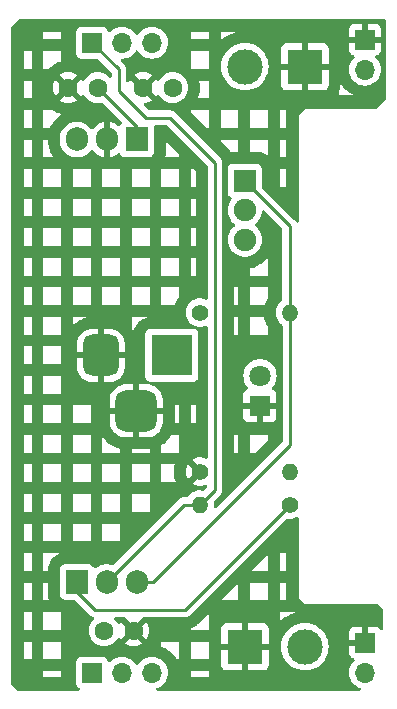
<source format=gbl>
%TF.GenerationSoftware,KiCad,Pcbnew,8.0.4*%
%TF.CreationDate,2024-09-05T09:17:28+05:30*%
%TF.ProjectId,BreadBoard_PowerSupply,42726561-6442-46f6-9172-645f506f7765,1*%
%TF.SameCoordinates,Original*%
%TF.FileFunction,Copper,L2,Bot*%
%TF.FilePolarity,Positive*%
%FSLAX46Y46*%
G04 Gerber Fmt 4.6, Leading zero omitted, Abs format (unit mm)*
G04 Created by KiCad (PCBNEW 8.0.4) date 2024-09-05 09:17:28*
%MOMM*%
%LPD*%
G01*
G04 APERTURE LIST*
G04 Aperture macros list*
%AMRoundRect*
0 Rectangle with rounded corners*
0 $1 Rounding radius*
0 $2 $3 $4 $5 $6 $7 $8 $9 X,Y pos of 4 corners*
0 Add a 4 corners polygon primitive as box body*
4,1,4,$2,$3,$4,$5,$6,$7,$8,$9,$2,$3,0*
0 Add four circle primitives for the rounded corners*
1,1,$1+$1,$2,$3*
1,1,$1+$1,$4,$5*
1,1,$1+$1,$6,$7*
1,1,$1+$1,$8,$9*
0 Add four rect primitives between the rounded corners*
20,1,$1+$1,$2,$3,$4,$5,0*
20,1,$1+$1,$4,$5,$6,$7,0*
20,1,$1+$1,$6,$7,$8,$9,0*
20,1,$1+$1,$8,$9,$2,$3,0*%
G04 Aperture macros list end*
%TA.AperFunction,ComponentPad*%
%ADD10R,1.800000X1.800000*%
%TD*%
%TA.AperFunction,ComponentPad*%
%ADD11C,1.800000*%
%TD*%
%TA.AperFunction,ComponentPad*%
%ADD12C,1.400000*%
%TD*%
%TA.AperFunction,ComponentPad*%
%ADD13O,1.400000X1.400000*%
%TD*%
%TA.AperFunction,ComponentPad*%
%ADD14C,1.600000*%
%TD*%
%TA.AperFunction,ComponentPad*%
%ADD15R,1.700000X1.700000*%
%TD*%
%TA.AperFunction,ComponentPad*%
%ADD16O,1.700000X1.700000*%
%TD*%
%TA.AperFunction,ComponentPad*%
%ADD17R,1.900000X1.900000*%
%TD*%
%TA.AperFunction,ComponentPad*%
%ADD18C,1.900000*%
%TD*%
%TA.AperFunction,ComponentPad*%
%ADD19R,3.500000X3.500000*%
%TD*%
%TA.AperFunction,ComponentPad*%
%ADD20RoundRect,0.750000X-0.750000X-1.000000X0.750000X-1.000000X0.750000X1.000000X-0.750000X1.000000X0*%
%TD*%
%TA.AperFunction,ComponentPad*%
%ADD21RoundRect,0.875000X-0.875000X-0.875000X0.875000X-0.875000X0.875000X0.875000X-0.875000X0.875000X0*%
%TD*%
%TA.AperFunction,ComponentPad*%
%ADD22R,1.905000X2.000000*%
%TD*%
%TA.AperFunction,ComponentPad*%
%ADD23O,1.905000X2.000000*%
%TD*%
%TA.AperFunction,ComponentPad*%
%ADD24R,3.000000X3.000000*%
%TD*%
%TA.AperFunction,ComponentPad*%
%ADD25C,3.000000*%
%TD*%
%TA.AperFunction,Conductor*%
%ADD26C,0.250000*%
%TD*%
G04 APERTURE END LIST*
D10*
%TO.P,D1,1,K*%
%TO.N,GND*%
X173736000Y-99060000D03*
D11*
%TO.P,D1,2,A*%
%TO.N,Net-(D1-A)*%
X173736000Y-96520000D03*
%TD*%
D12*
%TO.P,R2,1*%
%TO.N,Net-(U2-ADJ)*%
X176265000Y-107442000D03*
D13*
%TO.P,R2,2*%
%TO.N,/3.3V*%
X168645000Y-107442000D03*
%TD*%
D12*
%TO.P,R1,1*%
%TO.N,Net-(D1-A)*%
X168645000Y-91186000D03*
D13*
%TO.P,R1,2*%
%TO.N,/12V*%
X176265000Y-91186000D03*
%TD*%
D14*
%TO.P,C1,1*%
%TO.N,/12V*%
X160000000Y-72136000D03*
%TO.P,C1,2*%
%TO.N,GND*%
X157500000Y-72136000D03*
%TD*%
D15*
%TO.P,J4,1,Pin_1*%
%TO.N,/3.3V*%
X159512000Y-68326000D03*
D16*
%TO.P,J4,2,Pin_2*%
%TO.N,/PWR_OUTPUT_1*%
X162052000Y-68326000D03*
%TO.P,J4,3,Pin_3*%
%TO.N,/5V*%
X164592000Y-68326000D03*
%TD*%
D17*
%TO.P,S1,1*%
%TO.N,/12V*%
X172466000Y-80010000D03*
D18*
%TO.P,S1,2*%
%TO.N,/PWR_INPUT*%
X172466000Y-82510000D03*
%TO.P,S1,3*%
%TO.N,unconnected-(S1-Pad3)*%
X172466000Y-85010000D03*
%TD*%
D12*
%TO.P,R3,1*%
%TO.N,GND*%
X168645000Y-104648000D03*
D13*
%TO.P,R3,2*%
%TO.N,Net-(U2-ADJ)*%
X176265000Y-104648000D03*
%TD*%
D19*
%TO.P,J6,1*%
%TO.N,/PWR_INPUT*%
X166274000Y-94800500D03*
D20*
%TO.P,J6,2*%
%TO.N,GND*%
X160274000Y-94800500D03*
D21*
%TO.P,J6,3*%
X163274000Y-99500500D03*
%TD*%
D22*
%TO.P,U1,1,VI*%
%TO.N,/12V*%
X163322000Y-76525000D03*
D23*
%TO.P,U1,2,GND*%
%TO.N,GND*%
X160782000Y-76525000D03*
%TO.P,U1,3,VO*%
%TO.N,/5V*%
X158242000Y-76525000D03*
%TD*%
D15*
%TO.P,J2,1,Pin_1*%
%TO.N,GND*%
X182626000Y-68067000D03*
D16*
%TO.P,J2,2,Pin_2*%
%TO.N,/PWR_OUTPUT_1*%
X182626000Y-70607000D03*
%TD*%
D15*
%TO.P,J1,1,Pin_1*%
%TO.N,GND*%
X182626000Y-119120000D03*
D16*
%TO.P,J1,2,Pin_2*%
%TO.N,/PWR_OUTPUT_2*%
X182626000Y-121660000D03*
%TD*%
D15*
%TO.P,J3,1,Pin_1*%
%TO.N,/3.3V*%
X159512000Y-121666000D03*
D16*
%TO.P,J3,2,Pin_2*%
%TO.N,/PWR_OUTPUT_2*%
X162052000Y-121666000D03*
%TO.P,J3,3,Pin_3*%
%TO.N,/5V*%
X164592000Y-121666000D03*
%TD*%
D24*
%TO.P,J5,1,Pin_1*%
%TO.N,GND*%
X177546000Y-70358000D03*
D25*
%TO.P,J5,2,Pin_2*%
%TO.N,/PWR_OUTPUT_1*%
X172466000Y-70358000D03*
%TD*%
D14*
%TO.P,C3,1*%
%TO.N,GND*%
X163048000Y-118110000D03*
%TO.P,C3,2*%
%TO.N,/3.3V*%
X160548000Y-118110000D03*
%TD*%
D22*
%TO.P,U2,1,ADJ*%
%TO.N,Net-(U2-ADJ)*%
X158242000Y-113975000D03*
D23*
%TO.P,U2,2,VO*%
%TO.N,/3.3V*%
X160782000Y-113975000D03*
%TO.P,U2,3,VI*%
%TO.N,/12V*%
X163322000Y-113975000D03*
%TD*%
D14*
%TO.P,C2,1*%
%TO.N,/5V*%
X166350000Y-72136000D03*
%TO.P,C2,2*%
%TO.N,GND*%
X163850000Y-72136000D03*
%TD*%
D24*
%TO.P,J7,1,Pin_1*%
%TO.N,GND*%
X172466000Y-119470000D03*
D25*
%TO.P,J7,2,Pin_2*%
%TO.N,/PWR_OUTPUT_2*%
X177546000Y-119470000D03*
%TD*%
D26*
%TO.N,/12V*%
X176276000Y-102362000D02*
X176276000Y-91197000D01*
X172466000Y-80010000D02*
X176265000Y-83809000D01*
X176276000Y-91197000D02*
X176265000Y-91186000D01*
X160000000Y-72136000D02*
X163322000Y-75458000D01*
X176265000Y-83809000D02*
X176265000Y-91186000D01*
X163322000Y-75458000D02*
X163322000Y-76525000D01*
X164663000Y-113975000D02*
X176276000Y-102362000D01*
X163322000Y-113975000D02*
X164663000Y-113975000D01*
%TO.N,/3.3V*%
X161798000Y-72390000D02*
X164084000Y-74676000D01*
X166116000Y-74676000D02*
X169926000Y-78486000D01*
X159527000Y-68326000D02*
X161798000Y-70597000D01*
X169926000Y-106161000D02*
X168645000Y-107442000D01*
X164084000Y-74676000D02*
X166116000Y-74676000D01*
X161798000Y-70597000D02*
X161798000Y-72390000D01*
X168645000Y-107442000D02*
X167315000Y-107442000D01*
X169926000Y-78486000D02*
X169926000Y-106161000D01*
X167315000Y-107442000D02*
X160782000Y-113975000D01*
%TO.N,Net-(U2-ADJ)*%
X158242000Y-113975000D02*
X158242000Y-114808000D01*
X159766000Y-116332000D02*
X167375000Y-116332000D01*
X158242000Y-114808000D02*
X159766000Y-116332000D01*
X167375000Y-116332000D02*
X176265000Y-107442000D01*
%TD*%
%TA.AperFunction,Conductor*%
%TO.N,GND*%
G36*
X184206971Y-66295523D02*
G01*
X184211400Y-66296225D01*
X184248301Y-66308212D01*
X184286211Y-66327528D01*
X184317593Y-66350329D01*
X184347670Y-66380406D01*
X184370472Y-66411790D01*
X184389786Y-66449695D01*
X184401772Y-66486582D01*
X184402472Y-66491000D01*
X184404000Y-66510405D01*
X184404000Y-73100638D01*
X184384315Y-73167677D01*
X184367681Y-73188319D01*
X183678319Y-73877681D01*
X183616996Y-73911166D01*
X183590638Y-73914000D01*
X177545999Y-73914000D01*
X177038000Y-74421999D01*
X177038000Y-83431231D01*
X177018315Y-83498270D01*
X176965511Y-83544025D01*
X176896353Y-83553969D01*
X176832797Y-83524944D01*
X176810898Y-83500122D01*
X176750858Y-83410267D01*
X176750855Y-83410263D01*
X176660637Y-83320045D01*
X176660606Y-83320016D01*
X173952818Y-80612228D01*
X173919333Y-80550905D01*
X173918591Y-80544000D01*
X175402000Y-80544000D01*
X175914000Y-80544000D01*
X175914000Y-79042000D01*
X175402000Y-79042000D01*
X175402000Y-80544000D01*
X173918591Y-80544000D01*
X173916499Y-80524547D01*
X173916499Y-79012129D01*
X173916498Y-79012123D01*
X173916497Y-79012116D01*
X173910091Y-78952517D01*
X173859796Y-78817669D01*
X173859795Y-78817668D01*
X173859793Y-78817664D01*
X173773547Y-78702455D01*
X173773544Y-78702452D01*
X173658335Y-78616206D01*
X173658328Y-78616202D01*
X173523482Y-78565908D01*
X173523483Y-78565908D01*
X173463883Y-78559501D01*
X173463881Y-78559500D01*
X173463873Y-78559500D01*
X173463864Y-78559500D01*
X171468129Y-78559500D01*
X171468123Y-78559501D01*
X171408516Y-78565908D01*
X171273671Y-78616202D01*
X171273664Y-78616206D01*
X171158455Y-78702452D01*
X171158452Y-78702455D01*
X171072206Y-78817664D01*
X171072202Y-78817671D01*
X171021908Y-78952517D01*
X171015501Y-79012116D01*
X171015501Y-79012123D01*
X171015500Y-79012135D01*
X171015500Y-81007870D01*
X171015501Y-81007876D01*
X171021908Y-81067483D01*
X171072202Y-81202328D01*
X171072206Y-81202335D01*
X171158452Y-81317544D01*
X171158455Y-81317547D01*
X171273664Y-81403793D01*
X171273666Y-81403794D01*
X171273669Y-81403796D01*
X171278856Y-81405730D01*
X171334790Y-81447597D01*
X171359211Y-81513060D01*
X171344364Y-81581334D01*
X171326762Y-81605893D01*
X171317426Y-81616034D01*
X171185951Y-81817270D01*
X171089389Y-82037410D01*
X171030379Y-82270440D01*
X171010529Y-82509994D01*
X171010529Y-82510005D01*
X171030379Y-82749559D01*
X171089389Y-82982589D01*
X171185951Y-83202729D01*
X171262579Y-83320016D01*
X171317429Y-83403969D01*
X171480236Y-83580825D01*
X171584718Y-83662147D01*
X171625531Y-83718857D01*
X171629206Y-83788630D01*
X171594575Y-83849313D01*
X171584724Y-83857848D01*
X171510294Y-83915779D01*
X171480237Y-83939174D01*
X171317430Y-84116029D01*
X171317427Y-84116033D01*
X171185951Y-84317270D01*
X171089389Y-84537410D01*
X171030379Y-84770440D01*
X171010529Y-85009994D01*
X171010529Y-85010005D01*
X171030379Y-85249559D01*
X171089389Y-85482589D01*
X171185951Y-85702729D01*
X171317427Y-85903966D01*
X171317429Y-85903969D01*
X171480236Y-86080825D01*
X171480239Y-86080827D01*
X171480242Y-86080830D01*
X171669924Y-86228466D01*
X171669930Y-86228470D01*
X171669933Y-86228472D01*
X171881344Y-86342882D01*
X171881347Y-86342883D01*
X172108699Y-86420933D01*
X172108701Y-86420933D01*
X172108703Y-86420934D01*
X172345808Y-86460500D01*
X172345809Y-86460500D01*
X172586191Y-86460500D01*
X172586192Y-86460500D01*
X172823297Y-86420934D01*
X173050656Y-86342882D01*
X173262067Y-86228472D01*
X173451764Y-86080825D01*
X173614571Y-85903969D01*
X173746049Y-85702728D01*
X173842610Y-85482591D01*
X173901620Y-85249563D01*
X173921471Y-85010000D01*
X173901620Y-84770437D01*
X173842610Y-84537409D01*
X173746049Y-84317272D01*
X173614571Y-84116031D01*
X173451764Y-83939175D01*
X173347281Y-83857852D01*
X173306469Y-83801143D01*
X173302794Y-83731370D01*
X173337425Y-83670687D01*
X173347275Y-83662151D01*
X173451764Y-83580825D01*
X173614571Y-83403969D01*
X173746049Y-83202728D01*
X173842610Y-82982591D01*
X173901620Y-82749563D01*
X173911618Y-82628903D01*
X173936771Y-82563722D01*
X173993173Y-82522483D01*
X174062916Y-82518285D01*
X174122875Y-82551465D01*
X175603181Y-84031771D01*
X175636666Y-84093094D01*
X175639500Y-84119452D01*
X175639500Y-90092233D01*
X175619815Y-90159272D01*
X175580778Y-90197660D01*
X175538436Y-90223877D01*
X175374020Y-90373761D01*
X175239943Y-90551308D01*
X175239938Y-90551316D01*
X175140775Y-90750461D01*
X175140769Y-90750476D01*
X175079885Y-90964462D01*
X175079884Y-90964464D01*
X175059357Y-91185999D01*
X175059357Y-91186000D01*
X175079884Y-91407535D01*
X175079885Y-91407537D01*
X175140769Y-91621523D01*
X175140775Y-91621538D01*
X175239938Y-91820683D01*
X175239943Y-91820691D01*
X175374020Y-91998238D01*
X175538433Y-92148120D01*
X175538435Y-92148121D01*
X175538438Y-92148124D01*
X175591778Y-92181150D01*
X175638412Y-92233176D01*
X175650500Y-92286576D01*
X175650500Y-102051547D01*
X175630815Y-102118586D01*
X175614181Y-102139228D01*
X170046425Y-107706983D01*
X169985102Y-107740468D01*
X169915410Y-107735484D01*
X169859477Y-107693612D01*
X169835060Y-107628148D01*
X169835272Y-107607872D01*
X169850643Y-107442000D01*
X169830115Y-107220464D01*
X169830112Y-107220454D01*
X169829685Y-107218167D01*
X169829798Y-107217046D01*
X169829586Y-107214755D01*
X169830034Y-107214713D01*
X169836713Y-107148651D01*
X169863887Y-107107701D01*
X170411858Y-106559733D01*
X170480312Y-106457285D01*
X170527463Y-106343451D01*
X170551501Y-106222606D01*
X170551501Y-106099393D01*
X170551501Y-106094283D01*
X170551500Y-106094257D01*
X170551500Y-103044000D01*
X171549500Y-103044000D01*
X171904000Y-103044000D01*
X172902000Y-103044000D01*
X173298024Y-103044000D01*
X174404000Y-101938024D01*
X174404000Y-101542000D01*
X172902000Y-101542000D01*
X172902000Y-103044000D01*
X171904000Y-103044000D01*
X171904000Y-101542000D01*
X171549500Y-101542000D01*
X171549500Y-103044000D01*
X170551500Y-103044000D01*
X170551500Y-96519993D01*
X172330700Y-96519993D01*
X172330700Y-96520006D01*
X172349864Y-96751297D01*
X172349866Y-96751308D01*
X172406842Y-96976300D01*
X172500075Y-97188848D01*
X172627018Y-97383150D01*
X172722167Y-97486510D01*
X172753089Y-97549164D01*
X172745228Y-97618590D01*
X172701081Y-97672746D01*
X172674271Y-97686674D01*
X172593911Y-97716646D01*
X172593906Y-97716649D01*
X172478812Y-97802809D01*
X172478809Y-97802812D01*
X172392649Y-97917906D01*
X172392645Y-97917913D01*
X172342403Y-98052620D01*
X172342401Y-98052627D01*
X172336000Y-98112155D01*
X172336000Y-98810000D01*
X173360722Y-98810000D01*
X173316667Y-98886306D01*
X173286000Y-99000756D01*
X173286000Y-99119244D01*
X173316667Y-99233694D01*
X173360722Y-99310000D01*
X172336000Y-99310000D01*
X172336000Y-100007844D01*
X172342401Y-100067372D01*
X172342403Y-100067379D01*
X172392645Y-100202086D01*
X172392649Y-100202093D01*
X172478809Y-100317187D01*
X172478812Y-100317190D01*
X172593906Y-100403350D01*
X172593913Y-100403354D01*
X172728620Y-100453596D01*
X172728627Y-100453598D01*
X172788155Y-100459999D01*
X172788172Y-100460000D01*
X173486000Y-100460000D01*
X173486000Y-99435277D01*
X173562306Y-99479333D01*
X173676756Y-99510000D01*
X173795244Y-99510000D01*
X173909694Y-99479333D01*
X173986000Y-99435277D01*
X173986000Y-100460000D01*
X174683828Y-100460000D01*
X174683844Y-100459999D01*
X174743372Y-100453598D01*
X174743379Y-100453596D01*
X174878086Y-100403354D01*
X174878093Y-100403350D01*
X174993187Y-100317190D01*
X174993190Y-100317187D01*
X175079350Y-100202093D01*
X175079354Y-100202086D01*
X175129596Y-100067379D01*
X175129598Y-100067372D01*
X175135999Y-100007844D01*
X175136000Y-100007827D01*
X175136000Y-99310000D01*
X174111278Y-99310000D01*
X174155333Y-99233694D01*
X174186000Y-99119244D01*
X174186000Y-99000756D01*
X174155333Y-98886306D01*
X174111278Y-98810000D01*
X175136000Y-98810000D01*
X175136000Y-98112172D01*
X175135999Y-98112155D01*
X175129598Y-98052627D01*
X175129596Y-98052620D01*
X175079354Y-97917913D01*
X175079350Y-97917906D01*
X174993190Y-97802812D01*
X174993187Y-97802809D01*
X174878093Y-97716649D01*
X174878086Y-97716645D01*
X174797729Y-97686674D01*
X174741795Y-97644803D01*
X174717378Y-97579338D01*
X174732230Y-97511065D01*
X174749826Y-97486516D01*
X174844979Y-97383153D01*
X174971924Y-97188849D01*
X175065157Y-96976300D01*
X175122134Y-96751305D01*
X175134272Y-96604823D01*
X175141300Y-96520006D01*
X175141300Y-96519993D01*
X175122135Y-96288702D01*
X175122133Y-96288691D01*
X175065157Y-96063699D01*
X174971924Y-95851151D01*
X174844983Y-95656852D01*
X174844980Y-95656849D01*
X174844979Y-95656847D01*
X174687784Y-95486087D01*
X174687779Y-95486083D01*
X174687777Y-95486081D01*
X174504634Y-95343535D01*
X174504628Y-95343531D01*
X174300504Y-95233064D01*
X174300495Y-95233061D01*
X174080984Y-95157702D01*
X173909282Y-95129050D01*
X173852049Y-95119500D01*
X173619951Y-95119500D01*
X173574164Y-95127140D01*
X173391015Y-95157702D01*
X173171504Y-95233061D01*
X173171495Y-95233064D01*
X172967371Y-95343531D01*
X172967365Y-95343535D01*
X172784222Y-95486081D01*
X172784219Y-95486084D01*
X172627016Y-95656852D01*
X172500075Y-95851151D01*
X172406842Y-96063699D01*
X172349866Y-96288691D01*
X172349864Y-96288702D01*
X172330700Y-96519993D01*
X170551500Y-96519993D01*
X170551500Y-93044000D01*
X171549500Y-93044000D01*
X171904000Y-93044000D01*
X172902000Y-93044000D01*
X174404000Y-93044000D01*
X174404000Y-92366342D01*
X174403573Y-92365687D01*
X174379293Y-92326475D01*
X174376391Y-92321536D01*
X174359523Y-92291253D01*
X174356851Y-92286185D01*
X174237112Y-92045719D01*
X174234675Y-92040528D01*
X174220664Y-92008792D01*
X174218470Y-92003494D01*
X174201813Y-91960485D01*
X174199871Y-91955105D01*
X174188869Y-91922277D01*
X174187176Y-91916808D01*
X174113674Y-91658476D01*
X174112234Y-91652933D01*
X174104301Y-91619205D01*
X174103119Y-91613602D01*
X174094643Y-91568266D01*
X174093720Y-91562609D01*
X174090845Y-91542000D01*
X172902000Y-91542000D01*
X172902000Y-93044000D01*
X171904000Y-93044000D01*
X171904000Y-91542000D01*
X171549500Y-91542000D01*
X171549500Y-93044000D01*
X170551500Y-93044000D01*
X170551500Y-90544000D01*
X171549500Y-90544000D01*
X171904000Y-90544000D01*
X172902000Y-90544000D01*
X174161908Y-90544000D01*
X174187176Y-90455192D01*
X174188869Y-90449723D01*
X174199871Y-90416895D01*
X174201813Y-90411515D01*
X174218470Y-90368506D01*
X174220664Y-90363208D01*
X174234675Y-90331472D01*
X174237112Y-90326281D01*
X174356851Y-90085815D01*
X174359523Y-90080747D01*
X174376391Y-90050464D01*
X174379293Y-90045525D01*
X174403573Y-90006313D01*
X174404000Y-90005657D01*
X174404000Y-89042000D01*
X172902000Y-89042000D01*
X172902000Y-90544000D01*
X171904000Y-90544000D01*
X171904000Y-89042000D01*
X171549500Y-89042000D01*
X171549500Y-90544000D01*
X170551500Y-90544000D01*
X170551500Y-87419601D01*
X172902000Y-87419601D01*
X172902000Y-88044000D01*
X174404000Y-88044000D01*
X174404000Y-86542000D01*
X174382175Y-86542000D01*
X174366199Y-86560865D01*
X174362803Y-86564711D01*
X174172047Y-86771927D01*
X174168500Y-86775623D01*
X174146583Y-86797541D01*
X174142885Y-86801090D01*
X174112527Y-86829038D01*
X174108684Y-86832432D01*
X174085015Y-86852479D01*
X174081036Y-86855710D01*
X173858769Y-87028708D01*
X173854659Y-87031772D01*
X173829419Y-87049793D01*
X173825185Y-87052687D01*
X173790640Y-87075255D01*
X173786295Y-87077966D01*
X173759662Y-87093836D01*
X173755206Y-87096369D01*
X173507498Y-87230422D01*
X173502938Y-87232769D01*
X173475064Y-87246395D01*
X173470411Y-87248551D01*
X173432621Y-87265125D01*
X173427886Y-87267086D01*
X173399018Y-87278349D01*
X173394211Y-87280111D01*
X173127831Y-87371560D01*
X173122949Y-87373124D01*
X173093225Y-87381973D01*
X173088282Y-87383334D01*
X173048280Y-87393463D01*
X173043289Y-87394618D01*
X173012947Y-87400980D01*
X173007910Y-87401928D01*
X172902000Y-87419601D01*
X170551500Y-87419601D01*
X170551500Y-78553741D01*
X170551501Y-78553720D01*
X170551501Y-78424391D01*
X170527464Y-78303555D01*
X170527463Y-78303549D01*
X170480312Y-78189715D01*
X170411858Y-78087267D01*
X170411855Y-78087263D01*
X170368592Y-78044000D01*
X175402000Y-78044000D01*
X175914000Y-78044000D01*
X175914000Y-76542000D01*
X175402000Y-76542000D01*
X175402000Y-78044000D01*
X170368592Y-78044000D01*
X168990615Y-76666024D01*
X170402000Y-76666024D01*
X171134878Y-77398902D01*
X171139076Y-77403311D01*
X171163807Y-77430598D01*
X171167781Y-77435205D01*
X171198870Y-77473087D01*
X171202615Y-77477885D01*
X171224547Y-77507457D01*
X171228051Y-77512433D01*
X171271144Y-77576925D01*
X171374756Y-77565788D01*
X171378061Y-77565478D01*
X171398101Y-77563865D01*
X171401422Y-77563642D01*
X171428105Y-77562214D01*
X171431418Y-77562081D01*
X171451466Y-77561545D01*
X171454780Y-77561501D01*
X171904000Y-77561500D01*
X172902000Y-77561500D01*
X173477248Y-77561500D01*
X173480572Y-77561545D01*
X173500674Y-77562084D01*
X173503994Y-77562217D01*
X173530680Y-77563649D01*
X173533989Y-77563871D01*
X173553982Y-77565481D01*
X173557285Y-77565792D01*
X173661175Y-77576962D01*
X173668843Y-77578029D01*
X173715029Y-77585936D01*
X173722619Y-77587481D01*
X173783330Y-77601826D01*
X173790809Y-77603842D01*
X173835672Y-77617450D01*
X173843012Y-77619929D01*
X174040502Y-77693587D01*
X174048682Y-77696975D01*
X174097419Y-77719233D01*
X174105333Y-77723195D01*
X174167923Y-77757372D01*
X174175537Y-77761890D01*
X174220604Y-77790854D01*
X174227874Y-77795902D01*
X174400173Y-77924886D01*
X174404000Y-77927969D01*
X174404000Y-76542000D01*
X172902000Y-76542000D01*
X172902000Y-77561500D01*
X171904000Y-77561500D01*
X171904000Y-76542000D01*
X170402000Y-76542000D01*
X170402000Y-76666024D01*
X168990615Y-76666024D01*
X166608928Y-74284338D01*
X166608925Y-74284334D01*
X166608925Y-74284335D01*
X166601858Y-74277268D01*
X166601858Y-74277267D01*
X166514733Y-74190142D01*
X166514732Y-74190141D01*
X166514731Y-74190140D01*
X166478640Y-74166025D01*
X167902000Y-74166025D01*
X169279975Y-75544000D01*
X169404000Y-75544000D01*
X170402000Y-75544000D01*
X171904000Y-75544000D01*
X172902000Y-75544000D01*
X174404000Y-75544000D01*
X175402000Y-75544000D01*
X175914000Y-75544000D01*
X175914000Y-74223088D01*
X175923439Y-74175635D01*
X175978793Y-74042000D01*
X175402000Y-74042000D01*
X175402000Y-75544000D01*
X174404000Y-75544000D01*
X174404000Y-74042000D01*
X172902000Y-74042000D01*
X172902000Y-75544000D01*
X171904000Y-75544000D01*
X171904000Y-74042000D01*
X170402000Y-74042000D01*
X170402000Y-75544000D01*
X169404000Y-75544000D01*
X169404000Y-74042000D01*
X167902000Y-74042000D01*
X167902000Y-74166025D01*
X166478640Y-74166025D01*
X166463509Y-74155915D01*
X166445552Y-74143916D01*
X166412286Y-74121688D01*
X166412283Y-74121686D01*
X166412280Y-74121685D01*
X166331792Y-74088347D01*
X166298453Y-74074537D01*
X166288427Y-74072543D01*
X166238029Y-74062518D01*
X166177610Y-74050500D01*
X166177607Y-74050500D01*
X166177606Y-74050500D01*
X164394452Y-74050500D01*
X164327413Y-74030815D01*
X164306771Y-74014181D01*
X163930956Y-73638366D01*
X163897471Y-73577043D01*
X163902455Y-73507351D01*
X163944327Y-73451418D01*
X164007831Y-73427157D01*
X164076599Y-73421141D01*
X164076610Y-73421139D01*
X164296317Y-73362269D01*
X164296331Y-73362264D01*
X164502478Y-73266136D01*
X164575471Y-73215024D01*
X163896447Y-72536000D01*
X163902661Y-72536000D01*
X164004394Y-72508741D01*
X164095606Y-72456080D01*
X164170080Y-72381606D01*
X164222741Y-72290394D01*
X164250000Y-72188661D01*
X164250000Y-72182447D01*
X164929024Y-72861471D01*
X164980134Y-72788481D01*
X164987340Y-72773028D01*
X165033511Y-72720587D01*
X165100704Y-72701433D01*
X165167585Y-72721646D01*
X165212105Y-72773022D01*
X165219430Y-72788730D01*
X165219432Y-72788734D01*
X165349954Y-72975141D01*
X165510858Y-73136045D01*
X165510861Y-73136047D01*
X165697266Y-73266568D01*
X165903504Y-73362739D01*
X166123308Y-73421635D01*
X166280791Y-73435413D01*
X166349998Y-73441468D01*
X166350000Y-73441468D01*
X166350002Y-73441468D01*
X166406673Y-73436509D01*
X166576692Y-73421635D01*
X166796496Y-73362739D01*
X167002734Y-73266568D01*
X167189139Y-73136047D01*
X167281186Y-73044000D01*
X168462707Y-73044000D01*
X169404000Y-73044000D01*
X169404000Y-72504851D01*
X180402000Y-72504851D01*
X180402000Y-72790000D01*
X181750432Y-72790000D01*
X181506663Y-72676328D01*
X181501812Y-72673936D01*
X181472791Y-72658829D01*
X181468051Y-72656229D01*
X181430327Y-72634451D01*
X181425698Y-72631642D01*
X181398084Y-72614050D01*
X181393585Y-72611044D01*
X181164322Y-72450512D01*
X181159958Y-72447311D01*
X181133978Y-72427375D01*
X181129756Y-72423987D01*
X181096389Y-72395986D01*
X181092326Y-72392423D01*
X181068208Y-72370323D01*
X181064300Y-72366581D01*
X180866419Y-72168700D01*
X180862677Y-72164792D01*
X180840577Y-72140674D01*
X180837014Y-72136611D01*
X180809013Y-72103244D01*
X180805625Y-72099022D01*
X180785689Y-72073042D01*
X180782488Y-72068678D01*
X180621956Y-71839415D01*
X180618950Y-71834916D01*
X180601358Y-71807302D01*
X180598549Y-71802673D01*
X180576771Y-71764949D01*
X180574171Y-71760209D01*
X180559064Y-71731188D01*
X180556672Y-71726337D01*
X180544000Y-71699162D01*
X180544000Y-71919177D01*
X180543956Y-71922491D01*
X180543420Y-71942539D01*
X180543287Y-71945855D01*
X180541858Y-71972542D01*
X180541636Y-71975856D01*
X180540023Y-71995905D01*
X180539711Y-71999217D01*
X180528545Y-72103069D01*
X180527478Y-72110738D01*
X180519572Y-72156916D01*
X180518028Y-72164501D01*
X180503685Y-72225212D01*
X180501668Y-72232695D01*
X180488058Y-72277564D01*
X180485579Y-72284904D01*
X180411970Y-72482261D01*
X180408581Y-72490442D01*
X180402000Y-72504851D01*
X169404000Y-72504851D01*
X169404000Y-71542000D01*
X168570421Y-71542000D01*
X168605267Y-71672049D01*
X168606553Y-71677304D01*
X168613638Y-71709263D01*
X168614693Y-71714570D01*
X168622256Y-71757465D01*
X168623079Y-71762812D01*
X168627350Y-71795256D01*
X168627939Y-71800633D01*
X168651568Y-72070714D01*
X168651922Y-72076111D01*
X168653350Y-72108811D01*
X168653468Y-72114221D01*
X168653468Y-72157779D01*
X168653350Y-72163189D01*
X168651922Y-72195889D01*
X168651568Y-72201286D01*
X168627939Y-72471367D01*
X168627350Y-72476744D01*
X168623079Y-72509188D01*
X168622256Y-72514535D01*
X168614693Y-72557430D01*
X168613638Y-72562737D01*
X168606553Y-72594696D01*
X168605267Y-72599951D01*
X168535095Y-72861841D01*
X168533580Y-72867038D01*
X168523731Y-72898273D01*
X168521990Y-72903401D01*
X168507089Y-72944333D01*
X168505130Y-72949371D01*
X168492611Y-72979592D01*
X168490433Y-72984541D01*
X168462707Y-73044000D01*
X167281186Y-73044000D01*
X167350047Y-72975139D01*
X167480568Y-72788734D01*
X167576739Y-72582496D01*
X167635635Y-72362692D01*
X167655468Y-72136000D01*
X167635635Y-71909308D01*
X167576739Y-71689504D01*
X167480568Y-71483266D01*
X167350047Y-71296861D01*
X167350045Y-71296858D01*
X167189141Y-71135954D01*
X167002734Y-71005432D01*
X167002732Y-71005431D01*
X166796497Y-70909261D01*
X166796488Y-70909258D01*
X166576697Y-70850366D01*
X166576693Y-70850365D01*
X166576692Y-70850365D01*
X166576691Y-70850364D01*
X166576686Y-70850364D01*
X166350002Y-70830532D01*
X166349998Y-70830532D01*
X166123313Y-70850364D01*
X166123302Y-70850366D01*
X165903511Y-70909258D01*
X165903502Y-70909261D01*
X165697267Y-71005431D01*
X165697265Y-71005432D01*
X165510858Y-71135954D01*
X165349954Y-71296858D01*
X165219432Y-71483265D01*
X165219429Y-71483270D01*
X165212104Y-71498979D01*
X165165929Y-71551417D01*
X165098735Y-71570566D01*
X165031855Y-71550347D01*
X164987341Y-71498973D01*
X164980133Y-71483515D01*
X164980132Y-71483513D01*
X164929025Y-71410526D01*
X164250000Y-72089551D01*
X164250000Y-72083339D01*
X164222741Y-71981606D01*
X164170080Y-71890394D01*
X164095606Y-71815920D01*
X164004394Y-71763259D01*
X163902661Y-71736000D01*
X163896448Y-71736000D01*
X164575472Y-71056974D01*
X164502478Y-71005863D01*
X164296331Y-70909735D01*
X164296317Y-70909730D01*
X164076610Y-70850860D01*
X164076599Y-70850858D01*
X163850002Y-70831034D01*
X163849998Y-70831034D01*
X163623400Y-70850858D01*
X163623389Y-70850860D01*
X163403682Y-70909730D01*
X163403673Y-70909734D01*
X163197516Y-71005866D01*
X163197512Y-71005868D01*
X163124526Y-71056973D01*
X163124526Y-71056974D01*
X163803553Y-71736000D01*
X163797339Y-71736000D01*
X163695606Y-71763259D01*
X163604394Y-71815920D01*
X163529920Y-71890394D01*
X163477259Y-71981606D01*
X163450000Y-72083339D01*
X163450000Y-72089552D01*
X162770974Y-71410526D01*
X162770973Y-71410526D01*
X162719868Y-71483512D01*
X162719866Y-71483516D01*
X162659882Y-71612153D01*
X162613710Y-71664592D01*
X162546516Y-71683744D01*
X162479635Y-71663528D01*
X162434300Y-71610363D01*
X162423500Y-71559748D01*
X162423500Y-70535394D01*
X162418142Y-70508461D01*
X162418142Y-70508460D01*
X162418142Y-70508459D01*
X162411481Y-70474971D01*
X162404014Y-70437429D01*
X167902000Y-70437429D01*
X168008571Y-70544000D01*
X169404000Y-70544000D01*
X169404000Y-70357998D01*
X170460390Y-70357998D01*
X170460390Y-70358001D01*
X170480804Y-70643433D01*
X170541628Y-70923037D01*
X170541630Y-70923043D01*
X170541631Y-70923046D01*
X170621042Y-71135954D01*
X170641635Y-71191166D01*
X170778770Y-71442309D01*
X170778775Y-71442317D01*
X170950254Y-71671387D01*
X170950270Y-71671405D01*
X171152594Y-71873729D01*
X171152612Y-71873745D01*
X171381682Y-72045224D01*
X171381690Y-72045229D01*
X171632833Y-72182364D01*
X171632832Y-72182364D01*
X171632836Y-72182365D01*
X171632839Y-72182367D01*
X171900954Y-72282369D01*
X171900960Y-72282370D01*
X171900962Y-72282371D01*
X172180566Y-72343195D01*
X172180568Y-72343195D01*
X172180572Y-72343196D01*
X172434220Y-72361337D01*
X172465999Y-72363610D01*
X172466000Y-72363610D01*
X172466001Y-72363610D01*
X172494595Y-72361564D01*
X172751428Y-72343196D01*
X173031046Y-72282369D01*
X173299161Y-72182367D01*
X173550315Y-72045226D01*
X173779395Y-71873739D01*
X173981739Y-71671395D01*
X174153226Y-71442315D01*
X174290367Y-71191161D01*
X174390369Y-70923046D01*
X174406072Y-70850860D01*
X174451195Y-70643433D01*
X174451195Y-70643432D01*
X174451196Y-70643428D01*
X174471610Y-70358000D01*
X174451196Y-70072572D01*
X174434073Y-69993860D01*
X174390371Y-69792962D01*
X174390370Y-69792960D01*
X174390369Y-69792954D01*
X174290367Y-69524839D01*
X174285953Y-69516756D01*
X174153229Y-69273690D01*
X174153224Y-69273682D01*
X173981745Y-69044612D01*
X173981729Y-69044594D01*
X173779405Y-68842270D01*
X173779387Y-68842254D01*
X173736508Y-68810155D01*
X175546000Y-68810155D01*
X175546000Y-70108000D01*
X176826936Y-70108000D01*
X176815207Y-70136316D01*
X176786000Y-70283147D01*
X176786000Y-70432853D01*
X176815207Y-70579684D01*
X176826936Y-70608000D01*
X175546000Y-70608000D01*
X175546000Y-71905844D01*
X175552401Y-71965372D01*
X175552403Y-71965379D01*
X175602645Y-72100086D01*
X175602649Y-72100093D01*
X175688809Y-72215187D01*
X175688812Y-72215190D01*
X175803906Y-72301350D01*
X175803913Y-72301354D01*
X175938620Y-72351596D01*
X175938627Y-72351598D01*
X175998155Y-72357999D01*
X175998172Y-72358000D01*
X177296000Y-72358000D01*
X177296000Y-71077064D01*
X177324316Y-71088793D01*
X177471147Y-71118000D01*
X177620853Y-71118000D01*
X177767684Y-71088793D01*
X177796000Y-71077064D01*
X177796000Y-72358000D01*
X179093828Y-72358000D01*
X179093844Y-72357999D01*
X179153372Y-72351598D01*
X179153379Y-72351596D01*
X179288086Y-72301354D01*
X179288093Y-72301350D01*
X179403187Y-72215190D01*
X179403190Y-72215187D01*
X179489350Y-72100093D01*
X179489354Y-72100086D01*
X179539596Y-71965379D01*
X179539598Y-71965372D01*
X179545999Y-71905844D01*
X179546000Y-71905827D01*
X179546000Y-70608000D01*
X178265064Y-70608000D01*
X178265479Y-70606999D01*
X181270341Y-70606999D01*
X181270341Y-70607000D01*
X181290936Y-70842403D01*
X181290938Y-70842413D01*
X181352094Y-71070655D01*
X181352096Y-71070659D01*
X181352097Y-71070663D01*
X181408289Y-71191166D01*
X181451965Y-71284830D01*
X181451967Y-71284834D01*
X181539978Y-71410526D01*
X181587505Y-71478401D01*
X181754599Y-71645495D01*
X181817692Y-71689673D01*
X181948165Y-71781032D01*
X181948167Y-71781033D01*
X181948170Y-71781035D01*
X182162337Y-71880903D01*
X182390592Y-71942063D01*
X182578918Y-71958539D01*
X182625999Y-71962659D01*
X182626000Y-71962659D01*
X182626001Y-71962659D01*
X182665234Y-71959226D01*
X182861408Y-71942063D01*
X183089663Y-71880903D01*
X183303830Y-71781035D01*
X183497401Y-71645495D01*
X183664495Y-71478401D01*
X183800035Y-71284830D01*
X183899903Y-71070663D01*
X183961063Y-70842408D01*
X183981659Y-70607000D01*
X183961063Y-70371592D01*
X183899903Y-70143337D01*
X183800035Y-69929171D01*
X183791255Y-69916632D01*
X183664496Y-69735600D01*
X183605394Y-69676498D01*
X183542179Y-69613283D01*
X183508696Y-69551963D01*
X183513680Y-69482271D01*
X183555551Y-69426337D01*
X183586529Y-69409422D01*
X183718086Y-69360354D01*
X183718093Y-69360350D01*
X183833187Y-69274190D01*
X183833190Y-69274187D01*
X183919350Y-69159093D01*
X183919354Y-69159086D01*
X183969596Y-69024379D01*
X183969598Y-69024372D01*
X183975999Y-68964844D01*
X183976000Y-68964827D01*
X183976000Y-68317000D01*
X183059012Y-68317000D01*
X183091925Y-68259993D01*
X183126000Y-68132826D01*
X183126000Y-68001174D01*
X183091925Y-67874007D01*
X183059012Y-67817000D01*
X183976000Y-67817000D01*
X183976000Y-67169172D01*
X183975999Y-67169155D01*
X183969598Y-67109627D01*
X183969596Y-67109620D01*
X183919354Y-66974913D01*
X183919350Y-66974906D01*
X183833190Y-66859812D01*
X183833187Y-66859809D01*
X183718093Y-66773649D01*
X183718086Y-66773645D01*
X183583379Y-66723403D01*
X183583372Y-66723401D01*
X183523844Y-66717000D01*
X182876000Y-66717000D01*
X182876000Y-67633988D01*
X182818993Y-67601075D01*
X182691826Y-67567000D01*
X182560174Y-67567000D01*
X182433007Y-67601075D01*
X182376000Y-67633988D01*
X182376000Y-66717000D01*
X181728155Y-66717000D01*
X181668627Y-66723401D01*
X181668620Y-66723403D01*
X181533913Y-66773645D01*
X181533906Y-66773649D01*
X181418812Y-66859809D01*
X181418809Y-66859812D01*
X181332649Y-66974906D01*
X181332645Y-66974913D01*
X181282403Y-67109620D01*
X181282401Y-67109627D01*
X181276000Y-67169155D01*
X181276000Y-67817000D01*
X182192988Y-67817000D01*
X182160075Y-67874007D01*
X182126000Y-68001174D01*
X182126000Y-68132826D01*
X182160075Y-68259993D01*
X182192988Y-68317000D01*
X181276000Y-68317000D01*
X181276000Y-68964844D01*
X181282401Y-69024372D01*
X181282403Y-69024379D01*
X181332645Y-69159086D01*
X181332649Y-69159093D01*
X181418809Y-69274187D01*
X181418812Y-69274190D01*
X181533906Y-69360350D01*
X181533913Y-69360354D01*
X181665470Y-69409421D01*
X181721403Y-69451292D01*
X181745821Y-69516756D01*
X181730970Y-69585029D01*
X181709819Y-69613284D01*
X181587503Y-69735600D01*
X181451965Y-69929169D01*
X181451964Y-69929171D01*
X181352098Y-70143335D01*
X181352094Y-70143344D01*
X181290938Y-70371586D01*
X181290936Y-70371596D01*
X181270341Y-70606999D01*
X178265479Y-70606999D01*
X178276793Y-70579684D01*
X178306000Y-70432853D01*
X178306000Y-70283147D01*
X178276793Y-70136316D01*
X178265064Y-70108000D01*
X179546000Y-70108000D01*
X179546000Y-68810172D01*
X179545999Y-68810155D01*
X179539598Y-68750627D01*
X179539596Y-68750620D01*
X179489354Y-68615913D01*
X179489350Y-68615906D01*
X179403190Y-68500812D01*
X179403187Y-68500809D01*
X179288093Y-68414649D01*
X179288086Y-68414645D01*
X179153379Y-68364403D01*
X179153372Y-68364401D01*
X179093844Y-68358000D01*
X177796000Y-68358000D01*
X177796000Y-69638935D01*
X177767684Y-69627207D01*
X177620853Y-69598000D01*
X177471147Y-69598000D01*
X177324316Y-69627207D01*
X177296000Y-69638935D01*
X177296000Y-68358000D01*
X175998155Y-68358000D01*
X175938627Y-68364401D01*
X175938620Y-68364403D01*
X175803913Y-68414645D01*
X175803906Y-68414649D01*
X175688812Y-68500809D01*
X175688809Y-68500812D01*
X175602649Y-68615906D01*
X175602645Y-68615913D01*
X175552403Y-68750620D01*
X175552401Y-68750627D01*
X175546000Y-68810155D01*
X173736508Y-68810155D01*
X173550317Y-68670775D01*
X173550309Y-68670770D01*
X173299166Y-68533635D01*
X173299167Y-68533635D01*
X173120777Y-68467099D01*
X173031046Y-68433631D01*
X173031043Y-68433630D01*
X173031037Y-68433628D01*
X172751433Y-68372804D01*
X172466001Y-68352390D01*
X172465999Y-68352390D01*
X172180566Y-68372804D01*
X171900962Y-68433628D01*
X171632833Y-68533635D01*
X171381690Y-68670770D01*
X171381682Y-68670775D01*
X171152612Y-68842254D01*
X171152594Y-68842270D01*
X170950270Y-69044594D01*
X170950254Y-69044612D01*
X170778775Y-69273682D01*
X170778770Y-69273690D01*
X170641635Y-69524833D01*
X170541628Y-69792962D01*
X170480804Y-70072566D01*
X170460390Y-70357998D01*
X169404000Y-70357998D01*
X169404000Y-69042000D01*
X167902000Y-69042000D01*
X167902000Y-70437429D01*
X162404014Y-70437429D01*
X162399463Y-70414548D01*
X162376040Y-70358000D01*
X162352312Y-70300714D01*
X162318084Y-70249490D01*
X162283858Y-70198267D01*
X162283856Y-70198264D01*
X162193637Y-70108045D01*
X162193606Y-70108016D01*
X161978190Y-69892600D01*
X161944705Y-69831277D01*
X161949689Y-69761585D01*
X161991561Y-69705652D01*
X162055063Y-69681391D01*
X162287408Y-69661063D01*
X162515663Y-69599903D01*
X162729830Y-69500035D01*
X162923401Y-69364495D01*
X163090495Y-69197401D01*
X163220425Y-69011842D01*
X163275002Y-68968217D01*
X163344500Y-68961023D01*
X163406855Y-68992546D01*
X163423575Y-69011842D01*
X163553500Y-69197395D01*
X163553505Y-69197401D01*
X163720599Y-69364495D01*
X163817384Y-69432265D01*
X163914165Y-69500032D01*
X163914167Y-69500033D01*
X163914170Y-69500035D01*
X164128337Y-69599903D01*
X164356592Y-69661063D01*
X164533034Y-69676500D01*
X164591999Y-69681659D01*
X164592000Y-69681659D01*
X164592001Y-69681659D01*
X164650966Y-69676500D01*
X164827408Y-69661063D01*
X165055663Y-69599903D01*
X165269830Y-69500035D01*
X165463401Y-69364495D01*
X165630495Y-69197401D01*
X165766035Y-69003830D01*
X165865903Y-68789663D01*
X165927063Y-68561408D01*
X165947659Y-68326000D01*
X165927063Y-68090592D01*
X165914579Y-68044000D01*
X167902000Y-68044000D01*
X169404000Y-68044000D01*
X170402000Y-68044000D01*
X170553620Y-68044000D01*
X170797863Y-67861162D01*
X170801450Y-67858575D01*
X170823430Y-67843313D01*
X170827107Y-67840856D01*
X170857083Y-67821589D01*
X170860853Y-67819260D01*
X170883898Y-67805586D01*
X170887747Y-67803394D01*
X171170194Y-67649166D01*
X171174118Y-67647113D01*
X171198082Y-67635118D01*
X171202079Y-67633206D01*
X171234495Y-67618404D01*
X171238551Y-67616639D01*
X171263272Y-67606400D01*
X171267389Y-67604780D01*
X171568869Y-67492334D01*
X171573037Y-67490864D01*
X171598415Y-67482416D01*
X171602636Y-67481094D01*
X171636826Y-67471052D01*
X171641100Y-67469879D01*
X171667076Y-67463248D01*
X171671388Y-67462229D01*
X171874706Y-67418000D01*
X170402000Y-67418000D01*
X170402000Y-68044000D01*
X169404000Y-68044000D01*
X169404000Y-67418000D01*
X167902000Y-67418000D01*
X167902000Y-68044000D01*
X165914579Y-68044000D01*
X165865903Y-67862337D01*
X165766035Y-67648171D01*
X165765295Y-67647113D01*
X165630494Y-67454597D01*
X165463402Y-67287506D01*
X165463395Y-67287501D01*
X165269834Y-67151967D01*
X165269830Y-67151965D01*
X165269828Y-67151964D01*
X165055663Y-67052097D01*
X165055659Y-67052096D01*
X165055655Y-67052094D01*
X164827413Y-66990938D01*
X164827403Y-66990936D01*
X164592001Y-66970341D01*
X164591999Y-66970341D01*
X164356596Y-66990936D01*
X164356586Y-66990938D01*
X164128344Y-67052094D01*
X164128335Y-67052098D01*
X163914171Y-67151964D01*
X163914169Y-67151965D01*
X163720597Y-67287505D01*
X163553505Y-67454597D01*
X163423575Y-67640158D01*
X163368998Y-67683783D01*
X163299500Y-67690977D01*
X163237145Y-67659454D01*
X163220425Y-67640158D01*
X163090494Y-67454597D01*
X162923402Y-67287506D01*
X162923395Y-67287501D01*
X162729834Y-67151967D01*
X162729830Y-67151965D01*
X162729828Y-67151964D01*
X162515663Y-67052097D01*
X162515659Y-67052096D01*
X162515655Y-67052094D01*
X162287413Y-66990938D01*
X162287403Y-66990936D01*
X162052001Y-66970341D01*
X162051999Y-66970341D01*
X161816596Y-66990936D01*
X161816586Y-66990938D01*
X161588344Y-67052094D01*
X161588335Y-67052098D01*
X161374171Y-67151964D01*
X161374169Y-67151965D01*
X161180600Y-67287503D01*
X161058673Y-67409430D01*
X160997350Y-67442914D01*
X160927658Y-67437930D01*
X160871725Y-67396058D01*
X160854810Y-67365081D01*
X160805797Y-67233671D01*
X160805793Y-67233664D01*
X160719547Y-67118455D01*
X160719544Y-67118452D01*
X160604335Y-67032206D01*
X160604328Y-67032202D01*
X160469482Y-66981908D01*
X160469483Y-66981908D01*
X160409883Y-66975501D01*
X160409881Y-66975500D01*
X160409873Y-66975500D01*
X160409864Y-66975500D01*
X158614129Y-66975500D01*
X158614123Y-66975501D01*
X158554516Y-66981908D01*
X158419671Y-67032202D01*
X158419664Y-67032206D01*
X158304455Y-67118452D01*
X158304452Y-67118455D01*
X158218206Y-67233664D01*
X158218202Y-67233671D01*
X158167908Y-67368517D01*
X158161501Y-67428116D01*
X158161500Y-67428135D01*
X158161500Y-69223870D01*
X158161501Y-69223876D01*
X158167908Y-69283483D01*
X158218202Y-69418328D01*
X158218206Y-69418335D01*
X158304452Y-69533544D01*
X158304455Y-69533547D01*
X158419664Y-69619793D01*
X158419671Y-69619797D01*
X158554517Y-69670091D01*
X158554516Y-69670091D01*
X158561444Y-69670835D01*
X158614127Y-69676500D01*
X159941547Y-69676499D01*
X160008586Y-69696184D01*
X160029228Y-69712818D01*
X161136181Y-70819771D01*
X161169666Y-70881094D01*
X161172500Y-70907452D01*
X161172500Y-71169951D01*
X161152815Y-71236990D01*
X161100011Y-71282745D01*
X161030853Y-71292689D01*
X160967297Y-71263664D01*
X160960819Y-71257632D01*
X160839141Y-71135954D01*
X160652734Y-71005432D01*
X160652732Y-71005431D01*
X160446497Y-70909261D01*
X160446488Y-70909258D01*
X160226697Y-70850366D01*
X160226693Y-70850365D01*
X160226692Y-70850365D01*
X160226691Y-70850364D01*
X160226686Y-70850364D01*
X160000002Y-70830532D01*
X159999998Y-70830532D01*
X159773313Y-70850364D01*
X159773302Y-70850366D01*
X159553511Y-70909258D01*
X159553502Y-70909261D01*
X159347267Y-71005431D01*
X159347265Y-71005432D01*
X159160858Y-71135954D01*
X158999954Y-71296858D01*
X158869432Y-71483265D01*
X158869429Y-71483270D01*
X158862104Y-71498979D01*
X158815929Y-71551417D01*
X158748735Y-71570566D01*
X158681855Y-71550347D01*
X158637341Y-71498973D01*
X158630133Y-71483515D01*
X158630132Y-71483513D01*
X158579025Y-71410526D01*
X157900000Y-72089551D01*
X157900000Y-72083339D01*
X157872741Y-71981606D01*
X157820080Y-71890394D01*
X157745606Y-71815920D01*
X157654394Y-71763259D01*
X157552661Y-71736000D01*
X157546448Y-71736000D01*
X158225472Y-71056974D01*
X158152478Y-71005863D01*
X157946331Y-70909735D01*
X157946317Y-70909730D01*
X157726610Y-70850860D01*
X157726599Y-70850858D01*
X157500002Y-70831034D01*
X157499998Y-70831034D01*
X157273400Y-70850858D01*
X157273389Y-70850860D01*
X157053682Y-70909730D01*
X157053673Y-70909734D01*
X156847516Y-71005866D01*
X156847512Y-71005868D01*
X156774526Y-71056973D01*
X156774526Y-71056974D01*
X157453553Y-71736000D01*
X157447339Y-71736000D01*
X157345606Y-71763259D01*
X157254394Y-71815920D01*
X157179920Y-71890394D01*
X157127259Y-71981606D01*
X157100000Y-72083339D01*
X157100000Y-72089552D01*
X156420974Y-71410526D01*
X156420973Y-71410526D01*
X156369868Y-71483512D01*
X156369866Y-71483516D01*
X156273734Y-71689673D01*
X156273730Y-71689682D01*
X156214860Y-71909389D01*
X156214858Y-71909400D01*
X156195034Y-72135997D01*
X156195034Y-72136002D01*
X156214858Y-72362599D01*
X156214860Y-72362610D01*
X156273730Y-72582317D01*
X156273735Y-72582331D01*
X156369863Y-72788478D01*
X156420974Y-72861472D01*
X157100000Y-72182446D01*
X157100000Y-72188661D01*
X157127259Y-72290394D01*
X157179920Y-72381606D01*
X157254394Y-72456080D01*
X157345606Y-72508741D01*
X157447339Y-72536000D01*
X157453553Y-72536000D01*
X156774526Y-73215025D01*
X156847513Y-73266132D01*
X156847521Y-73266136D01*
X157053668Y-73362264D01*
X157053682Y-73362269D01*
X157273389Y-73421139D01*
X157273400Y-73421141D01*
X157499998Y-73440966D01*
X157500002Y-73440966D01*
X157726599Y-73421141D01*
X157726610Y-73421139D01*
X157946317Y-73362269D01*
X157946331Y-73362264D01*
X158152478Y-73266136D01*
X158225471Y-73215024D01*
X157546447Y-72536000D01*
X157552661Y-72536000D01*
X157654394Y-72508741D01*
X157745606Y-72456080D01*
X157820080Y-72381606D01*
X157872741Y-72290394D01*
X157900000Y-72188661D01*
X157900000Y-72182447D01*
X158579024Y-72861471D01*
X158630134Y-72788481D01*
X158637340Y-72773028D01*
X158683511Y-72720587D01*
X158750704Y-72701433D01*
X158817585Y-72721646D01*
X158862105Y-72773022D01*
X158869430Y-72788730D01*
X158869432Y-72788734D01*
X158999954Y-72975141D01*
X159160858Y-73136045D01*
X159160861Y-73136047D01*
X159347266Y-73266568D01*
X159553504Y-73362739D01*
X159773308Y-73421635D01*
X159930791Y-73435413D01*
X159999998Y-73441468D01*
X160000000Y-73441468D01*
X160000002Y-73441468D01*
X160056673Y-73436509D01*
X160226692Y-73421635D01*
X160295048Y-73403319D01*
X160364897Y-73404982D01*
X160414822Y-73435413D01*
X161993733Y-75014324D01*
X162027218Y-75075647D01*
X162022234Y-75145339D01*
X162005319Y-75176316D01*
X161925704Y-75282668D01*
X161925702Y-75282671D01*
X161915127Y-75311026D01*
X161873256Y-75366960D01*
X161807791Y-75391377D01*
X161739518Y-75376525D01*
X161726060Y-75368011D01*
X161543279Y-75235213D01*
X161339568Y-75131417D01*
X161122124Y-75060765D01*
X161032000Y-75046490D01*
X161032000Y-76034252D01*
X160994292Y-76012482D01*
X160854409Y-75975000D01*
X160709591Y-75975000D01*
X160569708Y-76012482D01*
X160532000Y-76034252D01*
X160532000Y-75046490D01*
X160531999Y-75046490D01*
X160441875Y-75060765D01*
X160224431Y-75131417D01*
X160020723Y-75235211D01*
X159835757Y-75369597D01*
X159674097Y-75531257D01*
X159612627Y-75615864D01*
X159557297Y-75658529D01*
X159487684Y-75664508D01*
X159425889Y-75631902D01*
X159411991Y-75615864D01*
X159350286Y-75530934D01*
X159188566Y-75369214D01*
X159003538Y-75234783D01*
X158914271Y-75189299D01*
X158799755Y-75130950D01*
X158582248Y-75060278D01*
X158412826Y-75033444D01*
X158356354Y-75024500D01*
X158127646Y-75024500D01*
X158052349Y-75036426D01*
X157901753Y-75060278D01*
X157901750Y-75060278D01*
X157684244Y-75130950D01*
X157480461Y-75234783D01*
X157414550Y-75282671D01*
X157295434Y-75369214D01*
X157295432Y-75369216D01*
X157295431Y-75369216D01*
X157133716Y-75530931D01*
X157133716Y-75530932D01*
X157133714Y-75530934D01*
X157124221Y-75544000D01*
X156999283Y-75715961D01*
X156895450Y-75919744D01*
X156824778Y-76137250D01*
X156824778Y-76137253D01*
X156789000Y-76363146D01*
X156789000Y-76686853D01*
X156824778Y-76912746D01*
X156824778Y-76912749D01*
X156895450Y-77130255D01*
X156932256Y-77202490D01*
X156999283Y-77334038D01*
X157133714Y-77519066D01*
X157295434Y-77680786D01*
X157480462Y-77815217D01*
X157656261Y-77904791D01*
X157684244Y-77919049D01*
X157901751Y-77989721D01*
X157901752Y-77989721D01*
X157901755Y-77989722D01*
X158127646Y-78025500D01*
X158127647Y-78025500D01*
X158356353Y-78025500D01*
X158356354Y-78025500D01*
X158582245Y-77989722D01*
X158582248Y-77989721D01*
X158582249Y-77989721D01*
X158799755Y-77919049D01*
X158799755Y-77919048D01*
X158799758Y-77919048D01*
X159003538Y-77815217D01*
X159188566Y-77680786D01*
X159350286Y-77519066D01*
X159411992Y-77434134D01*
X159467319Y-77391470D01*
X159536932Y-77385491D01*
X159598727Y-77418096D01*
X159612626Y-77434135D01*
X159674097Y-77518741D01*
X159674097Y-77518742D01*
X159835757Y-77680402D01*
X160020723Y-77814788D01*
X160224429Y-77918582D01*
X160441871Y-77989234D01*
X160532000Y-78003509D01*
X160532000Y-77015747D01*
X160569708Y-77037518D01*
X160709591Y-77075000D01*
X160854409Y-77075000D01*
X160994292Y-77037518D01*
X161032000Y-77015747D01*
X161032000Y-78003508D01*
X161122128Y-77989234D01*
X161339570Y-77918582D01*
X161543276Y-77814788D01*
X161726059Y-77681988D01*
X161791865Y-77658508D01*
X161859919Y-77674333D01*
X161908614Y-77724439D01*
X161915127Y-77738974D01*
X161925701Y-77767326D01*
X161925706Y-77767335D01*
X162011952Y-77882544D01*
X162011955Y-77882547D01*
X162127164Y-77968793D01*
X162127171Y-77968797D01*
X162262017Y-78019091D01*
X162262016Y-78019091D01*
X162268944Y-78019835D01*
X162321627Y-78025500D01*
X164322372Y-78025499D01*
X164381983Y-78019091D01*
X164516831Y-77968796D01*
X164632046Y-77882546D01*
X164718296Y-77767331D01*
X164768591Y-77632483D01*
X164775000Y-77572873D01*
X164774999Y-75477128D01*
X164770874Y-75438753D01*
X164783281Y-75369994D01*
X164830892Y-75318857D01*
X164894164Y-75301500D01*
X165805548Y-75301500D01*
X165872587Y-75321185D01*
X165893229Y-75337819D01*
X169264181Y-78708771D01*
X169297666Y-78770094D01*
X169300500Y-78796452D01*
X169300500Y-89971486D01*
X169280815Y-90038525D01*
X169228011Y-90084280D01*
X169158853Y-90094224D01*
X169131707Y-90087113D01*
X169003857Y-90037584D01*
X168974940Y-90026382D01*
X168756243Y-89985500D01*
X168533757Y-89985500D01*
X168315060Y-90026382D01*
X168183864Y-90077207D01*
X168107601Y-90106752D01*
X168107595Y-90106754D01*
X167918439Y-90223874D01*
X167918437Y-90223876D01*
X167754020Y-90373761D01*
X167619943Y-90551308D01*
X167619938Y-90551316D01*
X167520775Y-90750461D01*
X167520769Y-90750476D01*
X167459885Y-90964462D01*
X167459884Y-90964464D01*
X167439357Y-91185999D01*
X167439357Y-91186000D01*
X167459884Y-91407535D01*
X167459885Y-91407537D01*
X167520769Y-91621523D01*
X167520775Y-91621538D01*
X167619938Y-91820683D01*
X167619943Y-91820691D01*
X167754020Y-91998238D01*
X167918437Y-92148123D01*
X167918439Y-92148125D01*
X168107595Y-92265245D01*
X168107596Y-92265245D01*
X168107599Y-92265247D01*
X168315060Y-92345618D01*
X168533757Y-92386500D01*
X168533759Y-92386500D01*
X168756241Y-92386500D01*
X168756243Y-92386500D01*
X168974940Y-92345618D01*
X169131707Y-92284885D01*
X169201330Y-92279024D01*
X169263070Y-92311734D01*
X169297325Y-92372631D01*
X169300500Y-92400513D01*
X169300500Y-103434021D01*
X169280815Y-103501060D01*
X169228011Y-103546815D01*
X169158853Y-103556759D01*
X169131707Y-103549648D01*
X168974807Y-103488865D01*
X168756193Y-103448000D01*
X168533807Y-103448000D01*
X168315195Y-103488865D01*
X168107824Y-103569200D01*
X168107823Y-103569201D01*
X167991671Y-103641119D01*
X168645000Y-104294447D01*
X168648553Y-104298000D01*
X168598922Y-104298000D01*
X168509905Y-104321852D01*
X168430095Y-104367930D01*
X168364930Y-104433095D01*
X168318852Y-104512905D01*
X168295000Y-104601922D01*
X168295000Y-104694078D01*
X168318852Y-104783095D01*
X168364930Y-104862905D01*
X168430095Y-104928070D01*
X168509905Y-104974148D01*
X168598922Y-104998000D01*
X168648551Y-104998000D01*
X167991672Y-105654879D01*
X167991672Y-105654880D01*
X168107821Y-105726797D01*
X168107822Y-105726798D01*
X168315195Y-105807134D01*
X168533807Y-105848000D01*
X168756193Y-105848000D01*
X168974807Y-105807134D01*
X169113044Y-105753580D01*
X169182667Y-105747717D01*
X169244408Y-105780426D01*
X169278663Y-105841322D01*
X169274558Y-105911071D01*
X169245520Y-105956887D01*
X168974892Y-106227515D01*
X168913569Y-106261000D01*
X168864426Y-106261722D01*
X168756243Y-106241500D01*
X168533757Y-106241500D01*
X168315060Y-106282382D01*
X168183864Y-106333207D01*
X168107601Y-106362752D01*
X168107595Y-106362754D01*
X167918439Y-106479874D01*
X167918437Y-106479876D01*
X167754020Y-106629761D01*
X167650212Y-106767227D01*
X167594103Y-106808863D01*
X167551258Y-106816500D01*
X167253389Y-106816500D01*
X167192971Y-106828518D01*
X167149743Y-106837116D01*
X167132546Y-106840537D01*
X167018716Y-106887687D01*
X167018707Y-106887692D01*
X166916268Y-106956140D01*
X166872705Y-106999703D01*
X166829142Y-107043267D01*
X166829139Y-107043270D01*
X161357033Y-112515375D01*
X161295710Y-112548860D01*
X161231034Y-112545625D01*
X161122248Y-112510278D01*
X160904271Y-112475754D01*
X160896354Y-112474500D01*
X160667646Y-112474500D01*
X160627188Y-112480908D01*
X160441753Y-112510278D01*
X160441750Y-112510278D01*
X160224244Y-112580950D01*
X160020461Y-112684783D01*
X159837759Y-112817525D01*
X159771952Y-112841005D01*
X159703898Y-112825180D01*
X159655203Y-112775074D01*
X159648690Y-112760538D01*
X159638296Y-112732669D01*
X159638293Y-112732664D01*
X159552047Y-112617455D01*
X159552044Y-112617452D01*
X159436835Y-112531206D01*
X159436828Y-112531202D01*
X159301982Y-112480908D01*
X159301983Y-112480908D01*
X159242383Y-112474501D01*
X159242381Y-112474500D01*
X159242373Y-112474500D01*
X159242364Y-112474500D01*
X157241629Y-112474500D01*
X157241623Y-112474501D01*
X157182016Y-112480908D01*
X157047171Y-112531202D01*
X157047164Y-112531206D01*
X156931955Y-112617452D01*
X156931952Y-112617455D01*
X156845706Y-112732664D01*
X156845702Y-112732671D01*
X156795408Y-112867517D01*
X156789001Y-112927116D01*
X156789000Y-112927135D01*
X156789000Y-115022870D01*
X156789001Y-115022876D01*
X156795408Y-115082483D01*
X156845702Y-115217328D01*
X156845706Y-115217335D01*
X156931952Y-115332544D01*
X156931955Y-115332547D01*
X157047164Y-115418793D01*
X157047171Y-115418797D01*
X157182017Y-115469091D01*
X157182016Y-115469091D01*
X157188944Y-115469835D01*
X157241627Y-115475500D01*
X157973547Y-115475499D01*
X158040586Y-115495183D01*
X158061227Y-115511817D01*
X159280141Y-116730732D01*
X159280142Y-116730733D01*
X159367266Y-116817857D01*
X159367269Y-116817860D01*
X159367271Y-116817861D01*
X159465149Y-116883261D01*
X159469712Y-116886310D01*
X159469713Y-116886310D01*
X159469714Y-116886311D01*
X159583548Y-116933463D01*
X159592814Y-116935306D01*
X159607747Y-116938277D01*
X159669658Y-116970662D01*
X159704232Y-117031377D01*
X159700493Y-117101147D01*
X159671238Y-117147575D01*
X159547951Y-117270862D01*
X159417432Y-117457265D01*
X159417431Y-117457267D01*
X159321261Y-117663502D01*
X159321258Y-117663511D01*
X159262366Y-117883302D01*
X159262364Y-117883313D01*
X159242532Y-118109998D01*
X159242532Y-118110001D01*
X159262364Y-118336686D01*
X159262366Y-118336697D01*
X159321258Y-118556488D01*
X159321261Y-118556497D01*
X159417431Y-118762732D01*
X159417432Y-118762734D01*
X159547954Y-118949141D01*
X159708858Y-119110045D01*
X159708861Y-119110047D01*
X159895266Y-119240568D01*
X160101504Y-119336739D01*
X160321308Y-119395635D01*
X160483230Y-119409801D01*
X160547998Y-119415468D01*
X160548000Y-119415468D01*
X160548002Y-119415468D01*
X160604673Y-119410509D01*
X160774692Y-119395635D01*
X160994496Y-119336739D01*
X161200734Y-119240568D01*
X161387139Y-119110047D01*
X161548047Y-118949139D01*
X161678568Y-118762734D01*
X161685893Y-118747024D01*
X161732064Y-118694586D01*
X161799257Y-118675433D01*
X161866138Y-118695648D01*
X161910657Y-118747024D01*
X161917864Y-118762480D01*
X161968974Y-118835472D01*
X162648000Y-118156446D01*
X162648000Y-118162661D01*
X162675259Y-118264394D01*
X162727920Y-118355606D01*
X162802394Y-118430080D01*
X162893606Y-118482741D01*
X162995339Y-118510000D01*
X163001553Y-118510000D01*
X162322526Y-119189025D01*
X162395513Y-119240132D01*
X162395521Y-119240136D01*
X162601668Y-119336264D01*
X162601682Y-119336269D01*
X162821389Y-119395139D01*
X162821400Y-119395141D01*
X163047998Y-119414966D01*
X163048002Y-119414966D01*
X163274599Y-119395141D01*
X163274610Y-119395139D01*
X163494317Y-119336269D01*
X163494331Y-119336264D01*
X163700478Y-119240136D01*
X163773471Y-119189024D01*
X163094447Y-118510000D01*
X163100661Y-118510000D01*
X163202394Y-118482741D01*
X163293606Y-118430080D01*
X163368080Y-118355606D01*
X163420741Y-118264394D01*
X163448000Y-118162661D01*
X163448000Y-118156447D01*
X164127024Y-118835471D01*
X164178136Y-118762478D01*
X164274264Y-118556331D01*
X164274269Y-118556317D01*
X164333139Y-118336610D01*
X164333141Y-118336599D01*
X164352966Y-118110002D01*
X164352966Y-118109997D01*
X164333141Y-117883400D01*
X164333139Y-117883389D01*
X164329632Y-117870301D01*
X167902000Y-117870301D01*
X167902000Y-118044000D01*
X169404000Y-118044000D01*
X169404000Y-117922155D01*
X170466000Y-117922155D01*
X170466000Y-119220000D01*
X171746936Y-119220000D01*
X171735207Y-119248316D01*
X171706000Y-119395147D01*
X171706000Y-119544853D01*
X171735207Y-119691684D01*
X171746936Y-119720000D01*
X170466000Y-119720000D01*
X170466000Y-121017844D01*
X170472401Y-121077372D01*
X170472403Y-121077379D01*
X170522645Y-121212086D01*
X170522649Y-121212093D01*
X170608809Y-121327187D01*
X170608812Y-121327190D01*
X170723906Y-121413350D01*
X170723913Y-121413354D01*
X170858620Y-121463596D01*
X170858627Y-121463598D01*
X170918155Y-121469999D01*
X170918172Y-121470000D01*
X172216000Y-121470000D01*
X172216000Y-120189064D01*
X172244316Y-120200793D01*
X172391147Y-120230000D01*
X172540853Y-120230000D01*
X172687684Y-120200793D01*
X172716000Y-120189064D01*
X172716000Y-121470000D01*
X174013828Y-121470000D01*
X174013844Y-121469999D01*
X174073372Y-121463598D01*
X174073379Y-121463596D01*
X174208086Y-121413354D01*
X174208093Y-121413350D01*
X174323187Y-121327190D01*
X174323190Y-121327187D01*
X174409350Y-121212093D01*
X174409354Y-121212086D01*
X174459596Y-121077379D01*
X174459598Y-121077372D01*
X174465999Y-121017844D01*
X174466000Y-121017827D01*
X174466000Y-119720000D01*
X173185064Y-119720000D01*
X173196793Y-119691684D01*
X173226000Y-119544853D01*
X173226000Y-119469998D01*
X175540390Y-119469998D01*
X175540390Y-119470001D01*
X175560804Y-119755433D01*
X175621628Y-120035037D01*
X175621630Y-120035043D01*
X175621631Y-120035046D01*
X175694345Y-120230000D01*
X175721635Y-120303166D01*
X175858770Y-120554309D01*
X175858775Y-120554317D01*
X176030254Y-120783387D01*
X176030270Y-120783405D01*
X176232594Y-120985729D01*
X176232612Y-120985745D01*
X176461682Y-121157224D01*
X176461690Y-121157229D01*
X176712833Y-121294364D01*
X176712832Y-121294364D01*
X176712836Y-121294365D01*
X176712839Y-121294367D01*
X176980954Y-121394369D01*
X176980960Y-121394370D01*
X176980962Y-121394371D01*
X177260566Y-121455195D01*
X177260568Y-121455195D01*
X177260572Y-121455196D01*
X177514220Y-121473337D01*
X177545999Y-121475610D01*
X177546000Y-121475610D01*
X177546001Y-121475610D01*
X177574595Y-121473564D01*
X177831428Y-121455196D01*
X177972095Y-121424596D01*
X178111037Y-121394371D01*
X178111037Y-121394370D01*
X178111046Y-121394369D01*
X178379161Y-121294367D01*
X178630315Y-121157226D01*
X178859395Y-120985739D01*
X179061739Y-120783395D01*
X179233226Y-120554315D01*
X179370367Y-120303161D01*
X179470369Y-120035046D01*
X179531196Y-119755428D01*
X179551610Y-119470000D01*
X179531196Y-119184572D01*
X179500181Y-119042000D01*
X179470371Y-118904962D01*
X179470370Y-118904960D01*
X179470369Y-118904954D01*
X179370367Y-118636839D01*
X179326496Y-118556496D01*
X179233229Y-118385690D01*
X179233224Y-118385682D01*
X179061745Y-118156612D01*
X179061729Y-118156594D01*
X178859405Y-117954270D01*
X178859387Y-117954254D01*
X178630317Y-117782775D01*
X178630309Y-117782770D01*
X178379166Y-117645635D01*
X178379167Y-117645635D01*
X178271915Y-117605632D01*
X178111046Y-117545631D01*
X178111043Y-117545630D01*
X178111037Y-117545628D01*
X177831433Y-117484804D01*
X177546001Y-117464390D01*
X177545999Y-117464390D01*
X177260566Y-117484804D01*
X176980962Y-117545628D01*
X176712833Y-117645635D01*
X176461690Y-117782770D01*
X176461682Y-117782775D01*
X176232612Y-117954254D01*
X176232594Y-117954270D01*
X176030270Y-118156594D01*
X176030254Y-118156612D01*
X175858775Y-118385682D01*
X175858770Y-118385690D01*
X175721635Y-118636833D01*
X175621628Y-118904962D01*
X175560804Y-119184566D01*
X175540390Y-119469998D01*
X173226000Y-119469998D01*
X173226000Y-119395147D01*
X173196793Y-119248316D01*
X173185064Y-119220000D01*
X174466000Y-119220000D01*
X174466000Y-117922172D01*
X174465999Y-117922155D01*
X174459598Y-117862627D01*
X174459596Y-117862620D01*
X174409354Y-117727913D01*
X174409350Y-117727906D01*
X174323190Y-117612812D01*
X174323187Y-117612809D01*
X174208093Y-117526649D01*
X174208086Y-117526645D01*
X174073379Y-117476403D01*
X174073372Y-117476401D01*
X174013844Y-117470000D01*
X172716000Y-117470000D01*
X172716000Y-118750935D01*
X172687684Y-118739207D01*
X172540853Y-118710000D01*
X172391147Y-118710000D01*
X172244316Y-118739207D01*
X172216000Y-118750935D01*
X172216000Y-117470000D01*
X170918155Y-117470000D01*
X170858627Y-117476401D01*
X170858620Y-117476403D01*
X170723913Y-117526645D01*
X170723906Y-117526649D01*
X170608812Y-117612809D01*
X170608809Y-117612812D01*
X170522649Y-117727906D01*
X170522645Y-117727913D01*
X170472403Y-117862620D01*
X170472401Y-117862627D01*
X170466000Y-117922155D01*
X169404000Y-117922155D01*
X169404000Y-117373481D01*
X175402000Y-117373481D01*
X175539516Y-117235965D01*
X175542701Y-117232892D01*
X175562308Y-117214637D01*
X175565605Y-117211675D01*
X175592537Y-117188340D01*
X175595934Y-117185501D01*
X175616776Y-117168707D01*
X175620268Y-117165995D01*
X175877863Y-116973162D01*
X175881450Y-116970575D01*
X175903430Y-116955313D01*
X175907107Y-116952856D01*
X175937083Y-116933589D01*
X175940853Y-116931260D01*
X175963898Y-116917586D01*
X175967747Y-116915394D01*
X176250194Y-116761166D01*
X176254118Y-116759113D01*
X176278082Y-116747118D01*
X176282079Y-116745206D01*
X176314495Y-116730404D01*
X176318551Y-116728639D01*
X176343272Y-116718400D01*
X176347389Y-116716780D01*
X176648869Y-116604334D01*
X176653037Y-116602864D01*
X176678415Y-116594416D01*
X176682636Y-116593094D01*
X176715783Y-116583358D01*
X176674425Y-116542000D01*
X175402000Y-116542000D01*
X175402000Y-117373481D01*
X169404000Y-117373481D01*
X169404000Y-116598971D01*
X168619533Y-117383437D01*
X168619513Y-117383463D01*
X168462094Y-117540883D01*
X168457683Y-117545082D01*
X168430380Y-117569827D01*
X168425767Y-117573806D01*
X168421318Y-117577455D01*
X168417257Y-117597880D01*
X168384874Y-117659792D01*
X168343095Y-117688252D01*
X168144038Y-117770710D01*
X168053838Y-117830981D01*
X167987161Y-117851859D01*
X167972793Y-117851282D01*
X167954005Y-117849431D01*
X167916747Y-117864866D01*
X167911066Y-117867058D01*
X167902000Y-117870301D01*
X164329632Y-117870301D01*
X164274269Y-117663682D01*
X164274264Y-117663668D01*
X164178136Y-117457521D01*
X164178132Y-117457513D01*
X164127025Y-117384526D01*
X163448000Y-118063551D01*
X163448000Y-118057339D01*
X163420741Y-117955606D01*
X163368080Y-117864394D01*
X163293606Y-117789920D01*
X163202394Y-117737259D01*
X163100661Y-117710000D01*
X163094448Y-117710000D01*
X163810628Y-116993819D01*
X163871951Y-116960334D01*
X163898309Y-116957500D01*
X167436607Y-116957500D01*
X167497029Y-116945481D01*
X167557452Y-116933463D01*
X167557455Y-116933461D01*
X167557458Y-116933461D01*
X167590787Y-116919654D01*
X167590786Y-116919654D01*
X167590792Y-116919652D01*
X167671286Y-116886312D01*
X167722509Y-116852084D01*
X167773733Y-116817858D01*
X167860858Y-116730733D01*
X167860858Y-116730731D01*
X167871066Y-116720524D01*
X167871067Y-116720521D01*
X169047588Y-115544000D01*
X170458971Y-115544000D01*
X171904000Y-115544000D01*
X172902000Y-115544000D01*
X174404000Y-115544000D01*
X175402000Y-115544000D01*
X175919786Y-115544000D01*
X175914000Y-115514912D01*
X175914000Y-114042000D01*
X175402000Y-114042000D01*
X175402000Y-115544000D01*
X174404000Y-115544000D01*
X174404000Y-114042000D01*
X172902000Y-114042000D01*
X172902000Y-115544000D01*
X171904000Y-115544000D01*
X171904000Y-114098971D01*
X170458971Y-115544000D01*
X169047588Y-115544000D01*
X171547588Y-113044000D01*
X172958971Y-113044000D01*
X174404000Y-113044000D01*
X175402000Y-113044000D01*
X175914000Y-113044000D01*
X175914000Y-111542000D01*
X175402000Y-111542000D01*
X175402000Y-113044000D01*
X174404000Y-113044000D01*
X174404000Y-111598971D01*
X172958971Y-113044000D01*
X171547588Y-113044000D01*
X175935107Y-108656482D01*
X175996428Y-108622999D01*
X176045570Y-108622276D01*
X176153757Y-108642500D01*
X176153759Y-108642500D01*
X176376241Y-108642500D01*
X176376243Y-108642500D01*
X176594940Y-108601618D01*
X176802401Y-108521247D01*
X176848723Y-108492565D01*
X176916082Y-108474009D01*
X176982781Y-108494817D01*
X177027643Y-108548381D01*
X177038000Y-108597992D01*
X177038000Y-115316000D01*
X177546000Y-115824000D01*
X183590638Y-115824000D01*
X183657677Y-115843685D01*
X183678319Y-115860319D01*
X184113681Y-116295681D01*
X184147166Y-116357004D01*
X184150000Y-116383362D01*
X184150000Y-117964481D01*
X184130315Y-118031520D01*
X184077511Y-118077275D01*
X184008353Y-118087219D01*
X183944797Y-118058194D01*
X183925570Y-118034336D01*
X183924669Y-118035011D01*
X183833190Y-117912812D01*
X183833187Y-117912809D01*
X183718093Y-117826649D01*
X183718086Y-117826645D01*
X183583379Y-117776403D01*
X183583372Y-117776401D01*
X183523844Y-117770000D01*
X182876000Y-117770000D01*
X182876000Y-118686988D01*
X182818993Y-118654075D01*
X182691826Y-118620000D01*
X182560174Y-118620000D01*
X182433007Y-118654075D01*
X182376000Y-118686988D01*
X182376000Y-117770000D01*
X181728155Y-117770000D01*
X181668627Y-117776401D01*
X181668620Y-117776403D01*
X181533913Y-117826645D01*
X181533906Y-117826649D01*
X181418812Y-117912809D01*
X181418809Y-117912812D01*
X181332649Y-118027906D01*
X181332645Y-118027913D01*
X181282403Y-118162620D01*
X181282401Y-118162627D01*
X181276000Y-118222155D01*
X181276000Y-118870000D01*
X182192988Y-118870000D01*
X182160075Y-118927007D01*
X182126000Y-119054174D01*
X182126000Y-119185826D01*
X182160075Y-119312993D01*
X182192988Y-119370000D01*
X181276000Y-119370000D01*
X181276000Y-120017844D01*
X181282401Y-120077372D01*
X181282403Y-120077379D01*
X181332645Y-120212086D01*
X181332649Y-120212093D01*
X181418809Y-120327187D01*
X181418812Y-120327190D01*
X181533906Y-120413350D01*
X181533913Y-120413354D01*
X181665470Y-120462421D01*
X181721403Y-120504292D01*
X181745821Y-120569756D01*
X181730970Y-120638029D01*
X181709819Y-120666284D01*
X181587503Y-120788600D01*
X181451965Y-120982169D01*
X181451964Y-120982171D01*
X181352098Y-121196335D01*
X181352094Y-121196344D01*
X181290938Y-121424586D01*
X181290936Y-121424596D01*
X181270341Y-121659999D01*
X181270341Y-121660000D01*
X181290936Y-121895403D01*
X181290938Y-121895413D01*
X181352094Y-122123655D01*
X181352096Y-122123659D01*
X181352097Y-122123663D01*
X181434802Y-122301023D01*
X181451965Y-122337830D01*
X181451967Y-122337834D01*
X181461776Y-122351842D01*
X181587505Y-122531401D01*
X181754599Y-122698495D01*
X181782911Y-122718319D01*
X181948165Y-122834032D01*
X181948167Y-122834033D01*
X181948170Y-122834035D01*
X182162337Y-122933903D01*
X182162343Y-122933904D01*
X182162344Y-122933905D01*
X182208323Y-122946225D01*
X182267984Y-122982590D01*
X182298513Y-123045436D01*
X182290219Y-123114812D01*
X182245733Y-123168690D01*
X182179182Y-123189965D01*
X182176230Y-123190000D01*
X165064163Y-123190000D01*
X164997124Y-123170315D01*
X164951369Y-123117511D01*
X164941425Y-123048353D01*
X164970450Y-122984797D01*
X165029228Y-122947023D01*
X165032070Y-122946225D01*
X165048815Y-122941737D01*
X165055663Y-122939903D01*
X165269830Y-122840035D01*
X165463401Y-122704495D01*
X165630495Y-122537401D01*
X165766035Y-122343830D01*
X165865903Y-122129663D01*
X165882961Y-122066000D01*
X167902000Y-122066000D01*
X169404000Y-122066000D01*
X169404000Y-121542000D01*
X167902000Y-121542000D01*
X167902000Y-122066000D01*
X165882961Y-122066000D01*
X165927063Y-121901408D01*
X165947659Y-121666000D01*
X165927063Y-121430592D01*
X165879981Y-121254876D01*
X165865905Y-121202344D01*
X165865904Y-121202343D01*
X165865903Y-121202337D01*
X165766035Y-120988171D01*
X165764337Y-120985745D01*
X165630494Y-120794597D01*
X165463402Y-120627506D01*
X165463395Y-120627501D01*
X165269834Y-120491967D01*
X165269830Y-120491965D01*
X165242749Y-120479337D01*
X165055663Y-120392097D01*
X165055659Y-120392096D01*
X165055655Y-120392094D01*
X164827413Y-120330938D01*
X164827403Y-120330936D01*
X164592001Y-120310341D01*
X164591999Y-120310341D01*
X164356596Y-120330936D01*
X164356586Y-120330938D01*
X164128344Y-120392094D01*
X164128335Y-120392098D01*
X163914171Y-120491964D01*
X163914169Y-120491965D01*
X163720597Y-120627505D01*
X163553505Y-120794597D01*
X163423575Y-120980158D01*
X163368998Y-121023783D01*
X163299500Y-121030977D01*
X163237145Y-120999454D01*
X163220425Y-120980158D01*
X163090494Y-120794597D01*
X162923402Y-120627506D01*
X162923395Y-120627501D01*
X162729834Y-120491967D01*
X162729830Y-120491965D01*
X162702749Y-120479337D01*
X162515663Y-120392097D01*
X162515659Y-120392096D01*
X162515655Y-120392094D01*
X162287413Y-120330938D01*
X162287403Y-120330936D01*
X162052001Y-120310341D01*
X162051999Y-120310341D01*
X161816596Y-120330936D01*
X161816586Y-120330938D01*
X161588344Y-120392094D01*
X161588335Y-120392098D01*
X161374171Y-120491964D01*
X161374169Y-120491965D01*
X161180600Y-120627503D01*
X161058673Y-120749430D01*
X160997350Y-120782914D01*
X160927658Y-120777930D01*
X160871725Y-120736058D01*
X160854810Y-120705081D01*
X160805797Y-120573671D01*
X160805793Y-120573664D01*
X160719547Y-120458455D01*
X160719544Y-120458452D01*
X160604335Y-120372206D01*
X160604328Y-120372202D01*
X160469482Y-120321908D01*
X160469483Y-120321908D01*
X160409883Y-120315501D01*
X160409881Y-120315500D01*
X160409873Y-120315500D01*
X160409864Y-120315500D01*
X158614129Y-120315500D01*
X158614123Y-120315501D01*
X158554516Y-120321908D01*
X158419671Y-120372202D01*
X158419664Y-120372206D01*
X158304455Y-120458452D01*
X158304452Y-120458455D01*
X158218206Y-120573664D01*
X158218202Y-120573671D01*
X158167908Y-120708517D01*
X158161501Y-120768116D01*
X158161500Y-120768135D01*
X158161500Y-122563870D01*
X158161501Y-122563876D01*
X158167908Y-122623483D01*
X158218202Y-122758328D01*
X158218206Y-122758335D01*
X158304452Y-122873544D01*
X158304455Y-122873547D01*
X158426769Y-122965112D01*
X158425070Y-122967381D01*
X158464264Y-123006580D01*
X158479111Y-123074854D01*
X158454690Y-123140317D01*
X158398754Y-123182185D01*
X158355428Y-123190000D01*
X153213362Y-123190000D01*
X153146323Y-123170315D01*
X153125681Y-123153681D01*
X152690319Y-122718319D01*
X152656834Y-122656996D01*
X152654000Y-122630638D01*
X152654000Y-122066000D01*
X155402000Y-122066000D01*
X156904000Y-122066000D01*
X156904000Y-121542000D01*
X155402000Y-121542000D01*
X155402000Y-122066000D01*
X152654000Y-122066000D01*
X152654000Y-120544000D01*
X153778000Y-120544000D01*
X154404000Y-120544000D01*
X155402000Y-120544000D01*
X156904000Y-120544000D01*
X156904000Y-119456104D01*
X165402000Y-119456104D01*
X165417500Y-119461747D01*
X165422535Y-119463705D01*
X165452756Y-119476223D01*
X165457708Y-119478402D01*
X165711337Y-119596672D01*
X165716188Y-119599064D01*
X165745209Y-119614171D01*
X165749949Y-119616771D01*
X165787673Y-119638549D01*
X165792302Y-119641358D01*
X165819916Y-119658950D01*
X165824415Y-119661956D01*
X166053678Y-119822488D01*
X166058042Y-119825689D01*
X166084022Y-119845625D01*
X166088243Y-119849012D01*
X166121610Y-119877012D01*
X166125678Y-119880580D01*
X166149794Y-119902680D01*
X166153698Y-119906418D01*
X166351590Y-120104309D01*
X166355330Y-120108216D01*
X166377449Y-120132354D01*
X166381020Y-120136426D01*
X166409018Y-120169795D01*
X166412403Y-120174012D01*
X166432323Y-120199973D01*
X166435521Y-120204335D01*
X166596040Y-120433581D01*
X166599046Y-120438080D01*
X166616628Y-120465679D01*
X166619433Y-120470301D01*
X166641212Y-120508022D01*
X166643814Y-120512765D01*
X166658930Y-120541801D01*
X166660015Y-120544000D01*
X166904000Y-120544000D01*
X167902000Y-120544000D01*
X169404000Y-120544000D01*
X169404000Y-119042000D01*
X167902000Y-119042000D01*
X167902000Y-120544000D01*
X166904000Y-120544000D01*
X166904000Y-119042000D01*
X165402000Y-119042000D01*
X165402000Y-119456104D01*
X156904000Y-119456104D01*
X156904000Y-119042000D01*
X155402000Y-119042000D01*
X155402000Y-120544000D01*
X154404000Y-120544000D01*
X154404000Y-119042000D01*
X153778000Y-119042000D01*
X153778000Y-120544000D01*
X152654000Y-120544000D01*
X152654000Y-118044000D01*
X153778000Y-118044000D01*
X154404000Y-118044000D01*
X155402000Y-118044000D01*
X156904000Y-118044000D01*
X156904000Y-116542000D01*
X155402000Y-116542000D01*
X155402000Y-118044000D01*
X154404000Y-118044000D01*
X154404000Y-116542000D01*
X153778000Y-116542000D01*
X153778000Y-118044000D01*
X152654000Y-118044000D01*
X152654000Y-115544000D01*
X153778000Y-115544000D01*
X154404000Y-115544000D01*
X155402000Y-115544000D01*
X155902386Y-115544000D01*
X155849431Y-115402018D01*
X155846952Y-115394679D01*
X155833347Y-115349828D01*
X155831332Y-115342352D01*
X155816984Y-115281637D01*
X155815439Y-115274045D01*
X155807528Y-115227840D01*
X155806459Y-115220167D01*
X155795288Y-115116244D01*
X155794978Y-115112939D01*
X155793365Y-115092899D01*
X155793142Y-115089578D01*
X155791714Y-115062895D01*
X155791581Y-115059582D01*
X155791045Y-115039534D01*
X155791001Y-115036220D01*
X155791000Y-114042000D01*
X155402000Y-114042000D01*
X155402000Y-115544000D01*
X154404000Y-115544000D01*
X154404000Y-114042000D01*
X153778000Y-114042000D01*
X153778000Y-115544000D01*
X152654000Y-115544000D01*
X152654000Y-113044000D01*
X153778000Y-113044000D01*
X154404000Y-113044000D01*
X155402000Y-113044000D01*
X155791000Y-113044000D01*
X155791000Y-112913752D01*
X155791045Y-112910428D01*
X155791584Y-112890326D01*
X155791717Y-112887006D01*
X155793149Y-112860320D01*
X155793371Y-112857011D01*
X155794981Y-112837018D01*
X155795292Y-112833715D01*
X155806462Y-112729825D01*
X155807529Y-112722157D01*
X155815436Y-112675971D01*
X155816981Y-112668381D01*
X155831326Y-112607670D01*
X155833342Y-112600191D01*
X155846950Y-112555328D01*
X155849429Y-112547988D01*
X155923087Y-112350498D01*
X155926475Y-112342318D01*
X155948733Y-112293581D01*
X155952695Y-112285667D01*
X155986872Y-112223077D01*
X155991390Y-112215463D01*
X156020354Y-112170396D01*
X156025402Y-112163126D01*
X156154386Y-111990827D01*
X156159939Y-111983936D01*
X156195019Y-111943451D01*
X156201051Y-111936972D01*
X156251472Y-111886551D01*
X156257951Y-111880519D01*
X156298436Y-111845439D01*
X156305327Y-111839886D01*
X156477626Y-111710902D01*
X156484896Y-111705854D01*
X156529963Y-111676890D01*
X156537577Y-111672372D01*
X156600167Y-111638195D01*
X156608081Y-111634233D01*
X156656818Y-111611975D01*
X156664998Y-111608587D01*
X156843529Y-111542000D01*
X155402000Y-111542000D01*
X155402000Y-113044000D01*
X154404000Y-113044000D01*
X154404000Y-111542000D01*
X153778000Y-111542000D01*
X153778000Y-113044000D01*
X152654000Y-113044000D01*
X152654000Y-110544000D01*
X153778000Y-110544000D01*
X154404000Y-110544000D01*
X155402000Y-110544000D01*
X156904000Y-110544000D01*
X157902000Y-110544000D01*
X159404000Y-110544000D01*
X160402000Y-110544000D01*
X161904000Y-110544000D01*
X161904000Y-109042000D01*
X160402000Y-109042000D01*
X160402000Y-110544000D01*
X159404000Y-110544000D01*
X159404000Y-109042000D01*
X157902000Y-109042000D01*
X157902000Y-110544000D01*
X156904000Y-110544000D01*
X156904000Y-109042000D01*
X155402000Y-109042000D01*
X155402000Y-110544000D01*
X154404000Y-110544000D01*
X154404000Y-109042000D01*
X153778000Y-109042000D01*
X153778000Y-110544000D01*
X152654000Y-110544000D01*
X152654000Y-108044000D01*
X153778000Y-108044000D01*
X154404000Y-108044000D01*
X155402000Y-108044000D01*
X156904000Y-108044000D01*
X157902000Y-108044000D01*
X159404000Y-108044000D01*
X160402000Y-108044000D01*
X161904000Y-108044000D01*
X162902000Y-108044000D01*
X164404000Y-108044000D01*
X164404000Y-106542000D01*
X162902000Y-106542000D01*
X162902000Y-108044000D01*
X161904000Y-108044000D01*
X161904000Y-106542000D01*
X160402000Y-106542000D01*
X160402000Y-108044000D01*
X159404000Y-108044000D01*
X159404000Y-106542000D01*
X157902000Y-106542000D01*
X157902000Y-108044000D01*
X156904000Y-108044000D01*
X156904000Y-106542000D01*
X155402000Y-106542000D01*
X155402000Y-108044000D01*
X154404000Y-108044000D01*
X154404000Y-106542000D01*
X153778000Y-106542000D01*
X153778000Y-108044000D01*
X152654000Y-108044000D01*
X152654000Y-105544000D01*
X153778000Y-105544000D01*
X154404000Y-105544000D01*
X155402000Y-105544000D01*
X156904000Y-105544000D01*
X157902000Y-105544000D01*
X159404000Y-105544000D01*
X160402000Y-105544000D01*
X161904000Y-105544000D01*
X162902000Y-105544000D01*
X164404000Y-105544000D01*
X165402000Y-105544000D01*
X166635737Y-105544000D01*
X166617587Y-105507551D01*
X166615153Y-105502365D01*
X166601153Y-105470658D01*
X166598961Y-105465366D01*
X166582299Y-105422357D01*
X166580353Y-105416968D01*
X166569340Y-105384109D01*
X166567645Y-105378637D01*
X166494166Y-105120379D01*
X166492727Y-105114836D01*
X166484795Y-105081111D01*
X166483613Y-105075510D01*
X166475137Y-105030175D01*
X166474214Y-105024517D01*
X166469425Y-104990185D01*
X166468765Y-104984495D01*
X166443989Y-104717122D01*
X166443592Y-104711409D01*
X166441991Y-104676789D01*
X166441859Y-104671061D01*
X166441859Y-104647999D01*
X167439859Y-104647999D01*
X167439859Y-104648000D01*
X167460378Y-104869439D01*
X167521240Y-105083350D01*
X167620369Y-105282428D01*
X167636137Y-105303308D01*
X167636138Y-105303308D01*
X168291447Y-104648000D01*
X167636138Y-103992691D01*
X167636137Y-103992691D01*
X167620368Y-104013574D01*
X167521240Y-104212649D01*
X167460378Y-104426560D01*
X167439859Y-104647999D01*
X166441859Y-104647999D01*
X166441859Y-104624939D01*
X166441991Y-104619211D01*
X166443592Y-104584591D01*
X166443989Y-104578878D01*
X166468765Y-104311505D01*
X166469425Y-104305815D01*
X166474214Y-104271483D01*
X166475137Y-104265825D01*
X166483613Y-104220490D01*
X166484795Y-104214889D01*
X166492727Y-104181164D01*
X166494166Y-104175621D01*
X166532184Y-104042000D01*
X165402000Y-104042000D01*
X165402000Y-105544000D01*
X164404000Y-105544000D01*
X164404000Y-104042000D01*
X162902000Y-104042000D01*
X162902000Y-105544000D01*
X161904000Y-105544000D01*
X161904000Y-104042000D01*
X160402000Y-104042000D01*
X160402000Y-105544000D01*
X159404000Y-105544000D01*
X159404000Y-104042000D01*
X157902000Y-104042000D01*
X157902000Y-105544000D01*
X156904000Y-105544000D01*
X156904000Y-104042000D01*
X155402000Y-104042000D01*
X155402000Y-105544000D01*
X154404000Y-105544000D01*
X154404000Y-104042000D01*
X153778000Y-104042000D01*
X153778000Y-105544000D01*
X152654000Y-105544000D01*
X152654000Y-103044000D01*
X153778000Y-103044000D01*
X154404000Y-103044000D01*
X155402000Y-103044000D01*
X156904000Y-103044000D01*
X157902000Y-103044000D01*
X159404000Y-103044000D01*
X160402000Y-103044000D01*
X161904000Y-103044000D01*
X161904000Y-102748499D01*
X162902000Y-102748499D01*
X162902000Y-103044000D01*
X164404000Y-103044000D01*
X164404000Y-102739839D01*
X164399591Y-102740380D01*
X164395337Y-102740827D01*
X164369562Y-102743089D01*
X164365296Y-102743390D01*
X164283901Y-102747712D01*
X164280605Y-102747843D01*
X164257431Y-102748456D01*
X164254152Y-102748499D01*
X163323454Y-102748499D01*
X163275999Y-102739059D01*
X163274001Y-102738231D01*
X163272004Y-102739059D01*
X163224549Y-102748499D01*
X162902000Y-102748499D01*
X161904000Y-102748499D01*
X161904000Y-102696738D01*
X161812707Y-102679082D01*
X161807564Y-102677974D01*
X161776593Y-102670609D01*
X161771498Y-102669282D01*
X161730722Y-102657736D01*
X161725688Y-102656195D01*
X161695434Y-102646223D01*
X161690469Y-102644469D01*
X161431828Y-102546862D01*
X161426945Y-102544900D01*
X161397652Y-102532401D01*
X161392853Y-102530231D01*
X161354614Y-102511958D01*
X161349914Y-102509588D01*
X161321792Y-102494652D01*
X161317198Y-102492086D01*
X161145999Y-102391623D01*
X165402000Y-102391623D01*
X165402000Y-103044000D01*
X166904000Y-103044000D01*
X166904000Y-101542000D01*
X166215884Y-101542000D01*
X166125678Y-101695719D01*
X166122917Y-101700203D01*
X166105651Y-101726955D01*
X166102706Y-101731313D01*
X166078235Y-101765914D01*
X166075103Y-101770148D01*
X166055625Y-101795347D01*
X166052319Y-101799442D01*
X165874127Y-102010790D01*
X165870648Y-102014743D01*
X165849105Y-102038197D01*
X165845463Y-102041996D01*
X165815496Y-102071963D01*
X165811697Y-102075605D01*
X165788243Y-102097148D01*
X165784290Y-102100627D01*
X165572942Y-102278819D01*
X165568847Y-102282125D01*
X165543648Y-102301603D01*
X165539414Y-102304735D01*
X165504813Y-102329206D01*
X165500455Y-102332151D01*
X165473703Y-102349417D01*
X165469219Y-102352178D01*
X165402000Y-102391623D01*
X161145999Y-102391623D01*
X161078781Y-102352178D01*
X161074297Y-102349417D01*
X161047545Y-102332151D01*
X161043187Y-102329206D01*
X161008586Y-102304735D01*
X161004352Y-102301603D01*
X160979153Y-102282125D01*
X160975058Y-102278819D01*
X160763710Y-102100627D01*
X160759757Y-102097148D01*
X160736303Y-102075605D01*
X160732504Y-102071963D01*
X160702537Y-102041996D01*
X160698895Y-102038197D01*
X160677352Y-102014743D01*
X160673873Y-102010790D01*
X160495681Y-101799442D01*
X160492375Y-101795347D01*
X160472897Y-101770148D01*
X160469765Y-101765914D01*
X160445294Y-101731313D01*
X160442349Y-101726955D01*
X160425083Y-101700203D01*
X160422322Y-101695719D01*
X160402000Y-101661088D01*
X160402000Y-103044000D01*
X159404000Y-103044000D01*
X159404000Y-101542000D01*
X157902000Y-101542000D01*
X157902000Y-103044000D01*
X156904000Y-103044000D01*
X156904000Y-101542000D01*
X155402000Y-101542000D01*
X155402000Y-103044000D01*
X154404000Y-103044000D01*
X154404000Y-101542000D01*
X153778000Y-101542000D01*
X153778000Y-103044000D01*
X152654000Y-103044000D01*
X152654000Y-100544000D01*
X153778000Y-100544000D01*
X154404000Y-100544000D01*
X155402000Y-100544000D01*
X156904000Y-100544000D01*
X157902000Y-100544000D01*
X159404000Y-100544000D01*
X159404000Y-99042000D01*
X157902000Y-99042000D01*
X157902000Y-100544000D01*
X156904000Y-100544000D01*
X156904000Y-99042000D01*
X155402000Y-99042000D01*
X155402000Y-100544000D01*
X154404000Y-100544000D01*
X154404000Y-99042000D01*
X153778000Y-99042000D01*
X153778000Y-100544000D01*
X152654000Y-100544000D01*
X152654000Y-98531921D01*
X161024000Y-98531921D01*
X161024000Y-99250500D01*
X161840988Y-99250500D01*
X161808075Y-99307507D01*
X161774000Y-99434674D01*
X161774000Y-99566326D01*
X161808075Y-99693493D01*
X161840988Y-99750500D01*
X161024001Y-99750500D01*
X161024001Y-100469088D01*
X161026794Y-100521691D01*
X161071237Y-100751487D01*
X161153879Y-100970475D01*
X161272339Y-101172341D01*
X161272344Y-101172348D01*
X161423211Y-101351286D01*
X161423213Y-101351288D01*
X161602151Y-101502155D01*
X161602158Y-101502160D01*
X161804024Y-101620620D01*
X162023012Y-101703262D01*
X162252809Y-101747705D01*
X162305382Y-101750498D01*
X162305421Y-101750499D01*
X163023999Y-101750499D01*
X163024000Y-101750498D01*
X163024000Y-100000500D01*
X163524000Y-100000500D01*
X163524000Y-101750499D01*
X164242576Y-101750499D01*
X164242588Y-101750498D01*
X164295191Y-101747705D01*
X164524987Y-101703262D01*
X164743975Y-101620620D01*
X164945841Y-101502160D01*
X164945848Y-101502155D01*
X165124786Y-101351288D01*
X165124788Y-101351286D01*
X165275655Y-101172348D01*
X165275660Y-101172341D01*
X165394120Y-100970475D01*
X165476762Y-100751487D01*
X165521205Y-100521691D01*
X165521205Y-100521690D01*
X165523998Y-100469117D01*
X165524000Y-100469078D01*
X165524000Y-99750500D01*
X164707012Y-99750500D01*
X164739925Y-99693493D01*
X164774000Y-99566326D01*
X164774000Y-99500498D01*
X166511731Y-99500498D01*
X166512561Y-99502500D01*
X166522000Y-99549954D01*
X166522000Y-100480650D01*
X166521957Y-100483927D01*
X166521344Y-100507115D01*
X166521212Y-100510417D01*
X166519428Y-100544000D01*
X166904000Y-100544000D01*
X167902000Y-100544000D01*
X168302500Y-100544000D01*
X168302500Y-99042000D01*
X167902000Y-99042000D01*
X167902000Y-100544000D01*
X166904000Y-100544000D01*
X166904000Y-99042000D01*
X166521999Y-99042000D01*
X166521999Y-99451046D01*
X166512559Y-99498501D01*
X166511731Y-99500498D01*
X164774000Y-99500498D01*
X164774000Y-99434674D01*
X164739925Y-99307507D01*
X164707012Y-99250500D01*
X165523999Y-99250500D01*
X165523999Y-98531923D01*
X165523998Y-98531911D01*
X165521205Y-98479308D01*
X165476762Y-98249512D01*
X165394120Y-98030524D01*
X165275660Y-97828658D01*
X165275655Y-97828651D01*
X165124788Y-97649713D01*
X165124786Y-97649711D01*
X164945848Y-97498844D01*
X164945841Y-97498839D01*
X164743975Y-97380379D01*
X164524984Y-97297736D01*
X164519840Y-97296741D01*
X164457760Y-97264680D01*
X164422869Y-97204146D01*
X164426244Y-97134358D01*
X164466814Y-97077473D01*
X164531697Y-97051552D01*
X164543374Y-97050999D01*
X168071872Y-97050999D01*
X168131483Y-97044591D01*
X168266331Y-96994296D01*
X168381546Y-96908046D01*
X168467796Y-96792831D01*
X168518091Y-96657983D01*
X168524500Y-96598373D01*
X168524499Y-93002628D01*
X168518091Y-92943017D01*
X168478571Y-92837059D01*
X168467797Y-92808171D01*
X168467793Y-92808164D01*
X168381547Y-92692955D01*
X168381544Y-92692952D01*
X168266335Y-92606706D01*
X168266328Y-92606702D01*
X168131482Y-92556408D01*
X168131483Y-92556408D01*
X168071883Y-92550001D01*
X168071881Y-92550000D01*
X168071873Y-92550000D01*
X168071864Y-92550000D01*
X164476129Y-92550000D01*
X164476123Y-92550001D01*
X164416516Y-92556408D01*
X164281671Y-92606702D01*
X164281664Y-92606706D01*
X164166455Y-92692952D01*
X164166452Y-92692955D01*
X164080206Y-92808164D01*
X164080202Y-92808171D01*
X164029908Y-92943017D01*
X164023501Y-93002616D01*
X164023501Y-93002623D01*
X164023500Y-93002635D01*
X164023500Y-96598370D01*
X164023501Y-96598376D01*
X164029908Y-96657983D01*
X164080202Y-96792828D01*
X164080206Y-96792835D01*
X164166452Y-96908044D01*
X164166455Y-96908047D01*
X164281664Y-96994293D01*
X164281673Y-96994298D01*
X164330506Y-97012511D01*
X164386440Y-97054381D01*
X164410858Y-97119845D01*
X164396007Y-97188118D01*
X164346603Y-97237524D01*
X164280598Y-97252518D01*
X164242625Y-97250501D01*
X164242579Y-97250500D01*
X163524000Y-97250500D01*
X163524000Y-99000500D01*
X163024000Y-99000500D01*
X163024000Y-97250500D01*
X162305423Y-97250500D01*
X162305411Y-97250501D01*
X162252808Y-97253294D01*
X162023012Y-97297737D01*
X161804024Y-97380379D01*
X161602158Y-97498839D01*
X161602151Y-97498844D01*
X161423213Y-97649711D01*
X161423211Y-97649713D01*
X161272344Y-97828651D01*
X161272339Y-97828658D01*
X161153879Y-98030524D01*
X161071237Y-98249512D01*
X161026794Y-98479308D01*
X161026794Y-98479309D01*
X161024001Y-98531882D01*
X161024000Y-98531921D01*
X152654000Y-98531921D01*
X152654000Y-98044000D01*
X153778000Y-98044000D01*
X154404000Y-98044000D01*
X155402000Y-98044000D01*
X156904000Y-98044000D01*
X156904000Y-96542000D01*
X155402000Y-96542000D01*
X155402000Y-98044000D01*
X154404000Y-98044000D01*
X154404000Y-96542000D01*
X153778000Y-96542000D01*
X153778000Y-98044000D01*
X152654000Y-98044000D01*
X152654000Y-95544000D01*
X153778000Y-95544000D01*
X154404000Y-95544000D01*
X155402000Y-95544000D01*
X156904000Y-95544000D01*
X156904000Y-94042000D01*
X155402000Y-94042000D01*
X155402000Y-95544000D01*
X154404000Y-95544000D01*
X154404000Y-94042000D01*
X153778000Y-94042000D01*
X153778000Y-95544000D01*
X152654000Y-95544000D01*
X152654000Y-93736303D01*
X158274000Y-93736303D01*
X158274000Y-94550500D01*
X159774000Y-94550500D01*
X159774000Y-95050500D01*
X158274001Y-95050500D01*
X158274001Y-95864697D01*
X158284400Y-95996832D01*
X158339377Y-96215019D01*
X158432428Y-96419874D01*
X158432431Y-96419880D01*
X158560559Y-96604823D01*
X158560569Y-96604835D01*
X158719664Y-96763930D01*
X158719676Y-96763940D01*
X158904619Y-96892068D01*
X158904625Y-96892071D01*
X159109480Y-96985122D01*
X159327667Y-97040099D01*
X159459810Y-97050499D01*
X160023999Y-97050499D01*
X160024000Y-97050498D01*
X160024000Y-96233512D01*
X160081007Y-96266425D01*
X160208174Y-96300500D01*
X160339826Y-96300500D01*
X160466993Y-96266425D01*
X160524000Y-96233512D01*
X160524000Y-97050499D01*
X161088182Y-97050499D01*
X161088197Y-97050498D01*
X161220332Y-97040099D01*
X161438519Y-96985122D01*
X161643374Y-96892071D01*
X161643380Y-96892068D01*
X161828323Y-96763940D01*
X161828335Y-96763930D01*
X161987430Y-96604835D01*
X161987440Y-96604823D01*
X162115568Y-96419880D01*
X162115571Y-96419874D01*
X162208622Y-96215019D01*
X162263599Y-95996832D01*
X162273999Y-95864696D01*
X162274000Y-95864684D01*
X162274000Y-95050500D01*
X160774000Y-95050500D01*
X160774000Y-94550500D01*
X162273999Y-94550500D01*
X162273999Y-93736317D01*
X162273998Y-93736302D01*
X162263599Y-93604167D01*
X162208622Y-93385980D01*
X162115571Y-93181125D01*
X162115568Y-93181119D01*
X161987440Y-92996176D01*
X161987430Y-92996164D01*
X161828335Y-92837069D01*
X161828323Y-92837059D01*
X161643380Y-92708931D01*
X161643374Y-92708928D01*
X161438519Y-92615877D01*
X161231853Y-92563803D01*
X162902000Y-92563803D01*
X162948688Y-92631194D01*
X162951753Y-92635837D01*
X162969664Y-92664342D01*
X162972519Y-92669121D01*
X162994628Y-92708087D01*
X162997263Y-92712983D01*
X163012547Y-92742978D01*
X163014962Y-92747994D01*
X163040971Y-92805255D01*
X163042029Y-92797657D01*
X163049936Y-92751471D01*
X163051481Y-92743881D01*
X163065826Y-92683170D01*
X163067842Y-92675691D01*
X163081450Y-92630828D01*
X163083929Y-92623488D01*
X163157587Y-92425998D01*
X163160975Y-92417818D01*
X163183233Y-92369081D01*
X163187195Y-92361167D01*
X163221372Y-92298577D01*
X163225890Y-92290963D01*
X163254854Y-92245896D01*
X163259902Y-92238626D01*
X163388886Y-92066327D01*
X163394439Y-92059436D01*
X163429519Y-92018951D01*
X163435551Y-92012472D01*
X163485972Y-91962051D01*
X163492451Y-91956019D01*
X163532936Y-91920939D01*
X163539827Y-91915386D01*
X163712126Y-91786402D01*
X163719396Y-91781354D01*
X163764463Y-91752390D01*
X163772077Y-91747872D01*
X163834667Y-91713695D01*
X163842581Y-91709733D01*
X163891318Y-91687475D01*
X163899498Y-91684087D01*
X164096982Y-91610431D01*
X164104321Y-91607952D01*
X164149172Y-91594347D01*
X164156648Y-91592332D01*
X164217363Y-91577984D01*
X164224955Y-91576439D01*
X164271160Y-91568528D01*
X164278833Y-91567459D01*
X164382756Y-91556288D01*
X164386061Y-91555978D01*
X164404000Y-91554534D01*
X164404000Y-91542000D01*
X162902000Y-91542000D01*
X162902000Y-92563803D01*
X161231853Y-92563803D01*
X161220332Y-92560900D01*
X161088196Y-92550500D01*
X160524000Y-92550500D01*
X160524000Y-93367488D01*
X160466993Y-93334575D01*
X160339826Y-93300500D01*
X160208174Y-93300500D01*
X160081007Y-93334575D01*
X160024000Y-93367488D01*
X160024000Y-92550500D01*
X159459817Y-92550500D01*
X159459802Y-92550501D01*
X159327667Y-92560900D01*
X159109480Y-92615877D01*
X158904625Y-92708928D01*
X158904619Y-92708931D01*
X158719676Y-92837059D01*
X158719664Y-92837069D01*
X158560569Y-92996164D01*
X158560559Y-92996176D01*
X158432431Y-93181119D01*
X158432428Y-93181125D01*
X158339377Y-93385980D01*
X158284400Y-93604167D01*
X158274000Y-93736303D01*
X152654000Y-93736303D01*
X152654000Y-93044000D01*
X153778000Y-93044000D01*
X154404000Y-93044000D01*
X155402000Y-93044000D01*
X156904000Y-93044000D01*
X156904000Y-92243350D01*
X157902000Y-92243350D01*
X158029809Y-92115541D01*
X158033827Y-92111698D01*
X158058661Y-92088997D01*
X158062850Y-92085338D01*
X158097241Y-92056623D01*
X158101595Y-92053150D01*
X158128397Y-92032742D01*
X158132901Y-92029470D01*
X158354693Y-91875813D01*
X158359337Y-91872747D01*
X158387842Y-91854836D01*
X158392621Y-91851981D01*
X158431587Y-91829872D01*
X158436483Y-91827237D01*
X158466478Y-91811953D01*
X158471494Y-91809538D01*
X158717142Y-91697959D01*
X158722258Y-91695772D01*
X158753494Y-91683242D01*
X158758702Y-91681287D01*
X158800992Y-91666488D01*
X158806286Y-91664768D01*
X158838541Y-91655082D01*
X158843906Y-91653601D01*
X159104184Y-91588017D01*
X159109269Y-91586849D01*
X159140174Y-91580431D01*
X159145303Y-91579478D01*
X159186750Y-91572675D01*
X159191918Y-91571938D01*
X159223246Y-91568142D01*
X159228433Y-91567624D01*
X159398634Y-91554229D01*
X159403500Y-91553942D01*
X159404000Y-91553922D01*
X159404000Y-91542000D01*
X157902000Y-91542000D01*
X157902000Y-92243350D01*
X156904000Y-92243350D01*
X156904000Y-91542000D01*
X155402000Y-91542000D01*
X155402000Y-93044000D01*
X154404000Y-93044000D01*
X154404000Y-91542000D01*
X153778000Y-91542000D01*
X153778000Y-93044000D01*
X152654000Y-93044000D01*
X152654000Y-90544000D01*
X153778000Y-90544000D01*
X154404000Y-90544000D01*
X155402000Y-90544000D01*
X156904000Y-90544000D01*
X157902000Y-90544000D01*
X159404000Y-90544000D01*
X160402000Y-90544000D01*
X161904000Y-90544000D01*
X162902000Y-90544000D01*
X164404000Y-90544000D01*
X165402000Y-90544000D01*
X166541908Y-90544000D01*
X166567176Y-90455192D01*
X166568869Y-90449723D01*
X166579871Y-90416895D01*
X166581813Y-90411515D01*
X166598470Y-90368506D01*
X166600664Y-90363208D01*
X166614675Y-90331472D01*
X166617112Y-90326281D01*
X166736851Y-90085815D01*
X166739523Y-90080747D01*
X166756391Y-90050464D01*
X166759293Y-90045525D01*
X166783573Y-90006313D01*
X166786700Y-90001514D01*
X166806281Y-89972930D01*
X166809626Y-89968281D01*
X166904000Y-89843309D01*
X166904000Y-89042000D01*
X165402000Y-89042000D01*
X165402000Y-90544000D01*
X164404000Y-90544000D01*
X164404000Y-89042000D01*
X162902000Y-89042000D01*
X162902000Y-90544000D01*
X161904000Y-90544000D01*
X161904000Y-89042000D01*
X160402000Y-89042000D01*
X160402000Y-90544000D01*
X159404000Y-90544000D01*
X159404000Y-89042000D01*
X157902000Y-89042000D01*
X157902000Y-90544000D01*
X156904000Y-90544000D01*
X156904000Y-89042000D01*
X155402000Y-89042000D01*
X155402000Y-90544000D01*
X154404000Y-90544000D01*
X154404000Y-89042000D01*
X153778000Y-89042000D01*
X153778000Y-90544000D01*
X152654000Y-90544000D01*
X152654000Y-88044000D01*
X153778000Y-88044000D01*
X154404000Y-88044000D01*
X155402000Y-88044000D01*
X156904000Y-88044000D01*
X157902000Y-88044000D01*
X159404000Y-88044000D01*
X160402000Y-88044000D01*
X161904000Y-88044000D01*
X162902000Y-88044000D01*
X164404000Y-88044000D01*
X165402000Y-88044000D01*
X166904000Y-88044000D01*
X167902000Y-88044000D01*
X168302500Y-88044000D01*
X168302500Y-86542000D01*
X167902000Y-86542000D01*
X167902000Y-88044000D01*
X166904000Y-88044000D01*
X166904000Y-86542000D01*
X165402000Y-86542000D01*
X165402000Y-88044000D01*
X164404000Y-88044000D01*
X164404000Y-86542000D01*
X162902000Y-86542000D01*
X162902000Y-88044000D01*
X161904000Y-88044000D01*
X161904000Y-86542000D01*
X160402000Y-86542000D01*
X160402000Y-88044000D01*
X159404000Y-88044000D01*
X159404000Y-86542000D01*
X157902000Y-86542000D01*
X157902000Y-88044000D01*
X156904000Y-88044000D01*
X156904000Y-86542000D01*
X155402000Y-86542000D01*
X155402000Y-88044000D01*
X154404000Y-88044000D01*
X154404000Y-86542000D01*
X153778000Y-86542000D01*
X153778000Y-88044000D01*
X152654000Y-88044000D01*
X152654000Y-85544000D01*
X153778000Y-85544000D01*
X154404000Y-85544000D01*
X155402000Y-85544000D01*
X156904000Y-85544000D01*
X157902000Y-85544000D01*
X159404000Y-85544000D01*
X160402000Y-85544000D01*
X161904000Y-85544000D01*
X162902000Y-85544000D01*
X164404000Y-85544000D01*
X165402000Y-85544000D01*
X166904000Y-85544000D01*
X167902000Y-85544000D01*
X168302500Y-85544000D01*
X168302500Y-84042000D01*
X167902000Y-84042000D01*
X167902000Y-85544000D01*
X166904000Y-85544000D01*
X166904000Y-84042000D01*
X165402000Y-84042000D01*
X165402000Y-85544000D01*
X164404000Y-85544000D01*
X164404000Y-84042000D01*
X162902000Y-84042000D01*
X162902000Y-85544000D01*
X161904000Y-85544000D01*
X161904000Y-84042000D01*
X160402000Y-84042000D01*
X160402000Y-85544000D01*
X159404000Y-85544000D01*
X159404000Y-84042000D01*
X157902000Y-84042000D01*
X157902000Y-85544000D01*
X156904000Y-85544000D01*
X156904000Y-84042000D01*
X155402000Y-84042000D01*
X155402000Y-85544000D01*
X154404000Y-85544000D01*
X154404000Y-84042000D01*
X153778000Y-84042000D01*
X153778000Y-85544000D01*
X152654000Y-85544000D01*
X152654000Y-83044000D01*
X153778000Y-83044000D01*
X154404000Y-83044000D01*
X155402000Y-83044000D01*
X156904000Y-83044000D01*
X157902000Y-83044000D01*
X159404000Y-83044000D01*
X160402000Y-83044000D01*
X161904000Y-83044000D01*
X162902000Y-83044000D01*
X164404000Y-83044000D01*
X165402000Y-83044000D01*
X166904000Y-83044000D01*
X167902000Y-83044000D01*
X168302500Y-83044000D01*
X168302500Y-81542000D01*
X167902000Y-81542000D01*
X167902000Y-83044000D01*
X166904000Y-83044000D01*
X166904000Y-81542000D01*
X165402000Y-81542000D01*
X165402000Y-83044000D01*
X164404000Y-83044000D01*
X164404000Y-81542000D01*
X162902000Y-81542000D01*
X162902000Y-83044000D01*
X161904000Y-83044000D01*
X161904000Y-81542000D01*
X160402000Y-81542000D01*
X160402000Y-83044000D01*
X159404000Y-83044000D01*
X159404000Y-81542000D01*
X157902000Y-81542000D01*
X157902000Y-83044000D01*
X156904000Y-83044000D01*
X156904000Y-81542000D01*
X155402000Y-81542000D01*
X155402000Y-83044000D01*
X154404000Y-83044000D01*
X154404000Y-81542000D01*
X153778000Y-81542000D01*
X153778000Y-83044000D01*
X152654000Y-83044000D01*
X152654000Y-80544000D01*
X153778000Y-80544000D01*
X154404000Y-80544000D01*
X155402000Y-80544000D01*
X156904000Y-80544000D01*
X157902000Y-80544000D01*
X159404000Y-80544000D01*
X160402000Y-80544000D01*
X161904000Y-80544000D01*
X162902000Y-80544000D01*
X164404000Y-80544000D01*
X165402000Y-80544000D01*
X166904000Y-80544000D01*
X167902000Y-80544000D01*
X168302500Y-80544000D01*
X168302500Y-79158474D01*
X168186026Y-79042000D01*
X167902000Y-79042000D01*
X167902000Y-80544000D01*
X166904000Y-80544000D01*
X166904000Y-79042000D01*
X165402000Y-79042000D01*
X165402000Y-80544000D01*
X164404000Y-80544000D01*
X164404000Y-79042000D01*
X162902000Y-79042000D01*
X162902000Y-80544000D01*
X161904000Y-80544000D01*
X161904000Y-79042000D01*
X160402000Y-79042000D01*
X160402000Y-80544000D01*
X159404000Y-80544000D01*
X159404000Y-79042000D01*
X157902000Y-79042000D01*
X157902000Y-80544000D01*
X156904000Y-80544000D01*
X156904000Y-79042000D01*
X155402000Y-79042000D01*
X155402000Y-80544000D01*
X154404000Y-80544000D01*
X154404000Y-79042000D01*
X153778000Y-79042000D01*
X153778000Y-80544000D01*
X152654000Y-80544000D01*
X152654000Y-78044000D01*
X153778000Y-78044000D01*
X154404000Y-78044000D01*
X155402000Y-78044000D01*
X156281505Y-78044000D01*
X165680262Y-78044000D01*
X166904000Y-78044000D01*
X166904000Y-77759974D01*
X165772999Y-76628973D01*
X165773000Y-77586248D01*
X165772955Y-77589572D01*
X165772416Y-77609674D01*
X165772283Y-77612994D01*
X165770851Y-77639680D01*
X165770629Y-77642989D01*
X165769019Y-77662982D01*
X165768708Y-77666285D01*
X165757538Y-77770175D01*
X165756471Y-77777843D01*
X165748564Y-77824029D01*
X165747019Y-77831619D01*
X165732674Y-77892330D01*
X165730658Y-77899809D01*
X165717050Y-77944672D01*
X165714571Y-77952012D01*
X165680262Y-78044000D01*
X156281505Y-78044000D01*
X156180363Y-77904791D01*
X156177578Y-77900795D01*
X156161210Y-77876298D01*
X156158585Y-77872197D01*
X156138103Y-77838773D01*
X156135641Y-77834572D01*
X156121251Y-77808876D01*
X156118956Y-77804583D01*
X155997331Y-77565881D01*
X155995207Y-77561502D01*
X155982878Y-77534760D01*
X155980927Y-77530299D01*
X155965925Y-77494083D01*
X155964150Y-77489549D01*
X155953951Y-77461905D01*
X155952355Y-77457302D01*
X155869562Y-77202490D01*
X155868147Y-77197826D01*
X155860145Y-77169449D01*
X155858915Y-77164732D01*
X155849767Y-77126614D01*
X155848725Y-77121863D01*
X155842985Y-77093000D01*
X155842130Y-77088212D01*
X155800223Y-76823627D01*
X155799555Y-76818803D01*
X155796095Y-76789569D01*
X155795619Y-76784732D01*
X155792541Y-76745653D01*
X155792254Y-76740788D01*
X155791096Y-76711336D01*
X155791000Y-76706464D01*
X155791000Y-76542000D01*
X155402000Y-76542000D01*
X155402000Y-78044000D01*
X154404000Y-78044000D01*
X154404000Y-76542000D01*
X153778000Y-76542000D01*
X153778000Y-78044000D01*
X152654000Y-78044000D01*
X152654000Y-75544000D01*
X153778000Y-75544000D01*
X154404000Y-75544000D01*
X155402000Y-75544000D01*
X155970861Y-75544000D01*
X155980927Y-75519701D01*
X155982878Y-75515240D01*
X155995207Y-75488498D01*
X155997331Y-75484119D01*
X156118956Y-75245417D01*
X156121251Y-75241124D01*
X156135641Y-75215428D01*
X156138103Y-75211227D01*
X156158585Y-75177803D01*
X156161210Y-75173702D01*
X156177578Y-75149205D01*
X156180363Y-75145209D01*
X156337838Y-74928464D01*
X156340778Y-74924581D01*
X156359016Y-74901447D01*
X156362104Y-74897684D01*
X156387562Y-74867877D01*
X156390797Y-74864237D01*
X156410790Y-74842609D01*
X156414164Y-74839100D01*
X156603600Y-74649664D01*
X156607109Y-74646290D01*
X156628737Y-74626297D01*
X156632377Y-74623062D01*
X156662184Y-74597604D01*
X156665947Y-74594516D01*
X156689081Y-74576278D01*
X156692964Y-74573338D01*
X156904000Y-74420010D01*
X156904000Y-74355366D01*
X156774328Y-74320622D01*
X156769130Y-74319107D01*
X156737896Y-74309258D01*
X156732772Y-74307518D01*
X156691842Y-74292619D01*
X156686800Y-74290658D01*
X156656580Y-74278139D01*
X156651633Y-74275962D01*
X156406004Y-74161424D01*
X156401152Y-74159032D01*
X156372114Y-74143916D01*
X156367369Y-74141312D01*
X156329646Y-74119532D01*
X156325019Y-74116724D01*
X156297418Y-74099139D01*
X156292922Y-74096135D01*
X156215610Y-74042000D01*
X155402000Y-74042000D01*
X155402000Y-75544000D01*
X154404000Y-75544000D01*
X154404000Y-74042000D01*
X153778000Y-74042000D01*
X153778000Y-75544000D01*
X152654000Y-75544000D01*
X152654000Y-73044000D01*
X153778000Y-73044000D01*
X154404000Y-73044000D01*
X154404000Y-71542000D01*
X153778000Y-71542000D01*
X153778000Y-73044000D01*
X152654000Y-73044000D01*
X152654000Y-70544000D01*
X153778000Y-70544000D01*
X154404000Y-70544000D01*
X155402000Y-70544000D01*
X155900202Y-70544000D01*
X155905145Y-70541145D01*
X155982269Y-70407566D01*
X156018533Y-70367992D01*
X156292935Y-70175855D01*
X156297437Y-70172847D01*
X156325050Y-70155257D01*
X156329674Y-70152451D01*
X156367397Y-70130673D01*
X156372140Y-70128071D01*
X156401162Y-70112964D01*
X156406011Y-70110573D01*
X156651631Y-69996038D01*
X156656582Y-69993860D01*
X156686802Y-69981342D01*
X156691840Y-69979382D01*
X156732771Y-69964482D01*
X156737896Y-69962742D01*
X156769130Y-69952893D01*
X156774327Y-69951378D01*
X156904000Y-69916632D01*
X156904000Y-69042000D01*
X155402000Y-69042000D01*
X155402000Y-70544000D01*
X154404000Y-70544000D01*
X154404000Y-69042000D01*
X153778000Y-69042000D01*
X153778000Y-70544000D01*
X152654000Y-70544000D01*
X152654000Y-68044000D01*
X155402000Y-68044000D01*
X156904000Y-68044000D01*
X156904000Y-67418000D01*
X155402000Y-67418000D01*
X155402000Y-68044000D01*
X152654000Y-68044000D01*
X152654000Y-67107362D01*
X152673685Y-67040323D01*
X152690319Y-67019681D01*
X153379681Y-66330319D01*
X153441004Y-66296834D01*
X153467362Y-66294000D01*
X184187595Y-66294000D01*
X184206971Y-66295523D01*
G37*
%TD.AperFunction*%
%TA.AperFunction,Conductor*%
G36*
X162264729Y-116977185D02*
G01*
X162285371Y-116993819D01*
X163001553Y-117710000D01*
X162995339Y-117710000D01*
X162893606Y-117737259D01*
X162802394Y-117789920D01*
X162727920Y-117864394D01*
X162675259Y-117955606D01*
X162648000Y-118057339D01*
X162648000Y-118063552D01*
X161968974Y-117384526D01*
X161968973Y-117384526D01*
X161917868Y-117457512D01*
X161917867Y-117457514D01*
X161910656Y-117472979D01*
X161864482Y-117525417D01*
X161797288Y-117544567D01*
X161730407Y-117524350D01*
X161685893Y-117472976D01*
X161678568Y-117457266D01*
X161548047Y-117270861D01*
X161548045Y-117270858D01*
X161446368Y-117169181D01*
X161412883Y-117107858D01*
X161417867Y-117038166D01*
X161459739Y-116982233D01*
X161525203Y-116957816D01*
X161534049Y-116957500D01*
X162197690Y-116957500D01*
X162264729Y-116977185D01*
G37*
%TD.AperFunction*%
%TD*%
M02*

</source>
